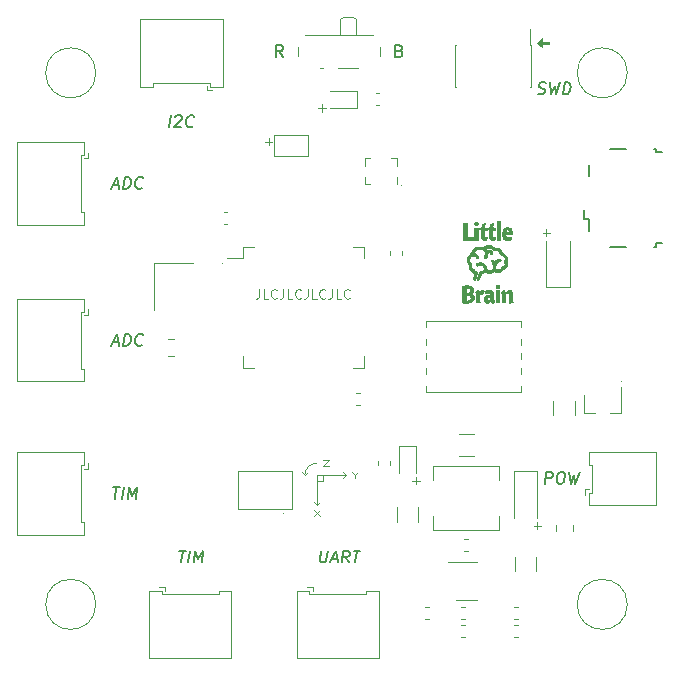
<source format=gbr>
%TF.GenerationSoftware,KiCad,Pcbnew,(5.1.7)-1*%
%TF.CreationDate,2020-11-11T21:47:44+01:00*%
%TF.ProjectId,RBoard,52426f61-7264-42e6-9b69-6361645f7063,rev?*%
%TF.SameCoordinates,Original*%
%TF.FileFunction,Legend,Top*%
%TF.FilePolarity,Positive*%
%FSLAX46Y46*%
G04 Gerber Fmt 4.6, Leading zero omitted, Abs format (unit mm)*
G04 Created by KiCad (PCBNEW (5.1.7)-1) date 2020-11-11 21:47:44*
%MOMM*%
%LPD*%
G01*
G04 APERTURE LIST*
%ADD10C,0.120000*%
%ADD11C,0.100000*%
%ADD12C,0.150000*%
%ADD13C,0.010000*%
G04 APERTURE END LIST*
D10*
X153900000Y-64050000D02*
X154400000Y-64050000D01*
X154400000Y-63550000D02*
X153900000Y-64050000D01*
X153900000Y-63550000D02*
X154400000Y-63550000D01*
X152325000Y-64800000D02*
X152575000Y-64550000D01*
X152325000Y-64800000D02*
X152075000Y-64550000D01*
X152325000Y-64800000D02*
G75*
G02*
X153325000Y-63800000I1000000J0D01*
G01*
X153825000Y-65300000D02*
X153825000Y-64800000D01*
X153325000Y-65300000D02*
X153825000Y-65300000D01*
X153075000Y-68300000D02*
X153575000Y-67800000D01*
X153075000Y-67800000D02*
X153575000Y-68300000D01*
X156575000Y-64800000D02*
X156575000Y-65050000D01*
X156575000Y-64800000D02*
X156825000Y-64550000D01*
X156325000Y-64550000D02*
X156575000Y-64800000D01*
X153325000Y-67300000D02*
X153075000Y-67050000D01*
X153325000Y-67300000D02*
X153575000Y-67050000D01*
X155825000Y-64800000D02*
X155575000Y-65050000D01*
X155825000Y-64800000D02*
X155575000Y-64550000D01*
X153325000Y-64800000D02*
X153325000Y-67300000D01*
X153325000Y-64800000D02*
X155825000Y-64800000D01*
D11*
X148454761Y-49061904D02*
X148454761Y-49633333D01*
X148416666Y-49747619D01*
X148340476Y-49823809D01*
X148226190Y-49861904D01*
X148150000Y-49861904D01*
X149216666Y-49861904D02*
X148835714Y-49861904D01*
X148835714Y-49061904D01*
X149940476Y-49785714D02*
X149902380Y-49823809D01*
X149788095Y-49861904D01*
X149711904Y-49861904D01*
X149597619Y-49823809D01*
X149521428Y-49747619D01*
X149483333Y-49671428D01*
X149445238Y-49519047D01*
X149445238Y-49404761D01*
X149483333Y-49252380D01*
X149521428Y-49176190D01*
X149597619Y-49100000D01*
X149711904Y-49061904D01*
X149788095Y-49061904D01*
X149902380Y-49100000D01*
X149940476Y-49138095D01*
X150511904Y-49061904D02*
X150511904Y-49633333D01*
X150473809Y-49747619D01*
X150397619Y-49823809D01*
X150283333Y-49861904D01*
X150207142Y-49861904D01*
X151273809Y-49861904D02*
X150892857Y-49861904D01*
X150892857Y-49061904D01*
X151997619Y-49785714D02*
X151959523Y-49823809D01*
X151845238Y-49861904D01*
X151769047Y-49861904D01*
X151654761Y-49823809D01*
X151578571Y-49747619D01*
X151540476Y-49671428D01*
X151502380Y-49519047D01*
X151502380Y-49404761D01*
X151540476Y-49252380D01*
X151578571Y-49176190D01*
X151654761Y-49100000D01*
X151769047Y-49061904D01*
X151845238Y-49061904D01*
X151959523Y-49100000D01*
X151997619Y-49138095D01*
X152569047Y-49061904D02*
X152569047Y-49633333D01*
X152530952Y-49747619D01*
X152454761Y-49823809D01*
X152340476Y-49861904D01*
X152264285Y-49861904D01*
X153330952Y-49861904D02*
X152950000Y-49861904D01*
X152950000Y-49061904D01*
X154054761Y-49785714D02*
X154016666Y-49823809D01*
X153902380Y-49861904D01*
X153826190Y-49861904D01*
X153711904Y-49823809D01*
X153635714Y-49747619D01*
X153597619Y-49671428D01*
X153559523Y-49519047D01*
X153559523Y-49404761D01*
X153597619Y-49252380D01*
X153635714Y-49176190D01*
X153711904Y-49100000D01*
X153826190Y-49061904D01*
X153902380Y-49061904D01*
X154016666Y-49100000D01*
X154054761Y-49138095D01*
X154626190Y-49061904D02*
X154626190Y-49633333D01*
X154588095Y-49747619D01*
X154511904Y-49823809D01*
X154397619Y-49861904D01*
X154321428Y-49861904D01*
X155388095Y-49861904D02*
X155007142Y-49861904D01*
X155007142Y-49061904D01*
X156111904Y-49785714D02*
X156073809Y-49823809D01*
X155959523Y-49861904D01*
X155883333Y-49861904D01*
X155769047Y-49823809D01*
X155692857Y-49747619D01*
X155654761Y-49671428D01*
X155616666Y-49519047D01*
X155616666Y-49404761D01*
X155654761Y-49252380D01*
X155692857Y-49176190D01*
X155769047Y-49100000D01*
X155883333Y-49061904D01*
X155959523Y-49061904D01*
X156073809Y-49100000D01*
X156111904Y-49138095D01*
D10*
X134621320Y-75750000D02*
G75*
G03*
X134621320Y-75750000I-2121320J0D01*
G01*
X179621320Y-75750000D02*
G75*
G03*
X179621320Y-75750000I-2121320J0D01*
G01*
X179621320Y-30750000D02*
G75*
G03*
X179621320Y-30750000I-2121320J0D01*
G01*
X134621320Y-30750000D02*
G75*
G03*
X134621320Y-30750000I-2121320J0D01*
G01*
D12*
X172048824Y-32504761D02*
X172185729Y-32552380D01*
X172423824Y-32552380D01*
X172525014Y-32504761D01*
X172578586Y-32457142D01*
X172638110Y-32361904D01*
X172650014Y-32266666D01*
X172614300Y-32171428D01*
X172572633Y-32123809D01*
X172483348Y-32076190D01*
X172298824Y-32028571D01*
X172209538Y-31980952D01*
X172167872Y-31933333D01*
X172132157Y-31838095D01*
X172144062Y-31742857D01*
X172203586Y-31647619D01*
X172257157Y-31600000D01*
X172358348Y-31552380D01*
X172596443Y-31552380D01*
X172733348Y-31600000D01*
X173072633Y-31552380D02*
X173185729Y-32552380D01*
X173465491Y-31838095D01*
X173566681Y-32552380D01*
X173929776Y-31552380D01*
X174185729Y-32552380D02*
X174310729Y-31552380D01*
X174548824Y-31552380D01*
X174685729Y-31600000D01*
X174769062Y-31695238D01*
X174804776Y-31790476D01*
X174828586Y-31980952D01*
X174810729Y-32123809D01*
X174739300Y-32314285D01*
X174679776Y-32409523D01*
X174572633Y-32504761D01*
X174423824Y-32552380D01*
X174185729Y-32552380D01*
D11*
G36*
X172400000Y-28100000D02*
G01*
X173000000Y-28100000D01*
X173000000Y-28300000D01*
X172400000Y-28300000D01*
X172400000Y-28600000D01*
X172000000Y-28200000D01*
X172400000Y-27800000D01*
X172400000Y-28100000D01*
G37*
X172400000Y-28100000D02*
X173000000Y-28100000D01*
X173000000Y-28300000D01*
X172400000Y-28300000D01*
X172400000Y-28600000D01*
X172000000Y-28200000D01*
X172400000Y-27800000D01*
X172400000Y-28100000D01*
D12*
X150459523Y-29402380D02*
X150126190Y-28926190D01*
X149888095Y-29402380D02*
X149888095Y-28402380D01*
X150269047Y-28402380D01*
X150364285Y-28450000D01*
X150411904Y-28497619D01*
X150459523Y-28592857D01*
X150459523Y-28735714D01*
X150411904Y-28830952D01*
X150364285Y-28878571D01*
X150269047Y-28926190D01*
X149888095Y-28926190D01*
X160321428Y-28878571D02*
X160464285Y-28926190D01*
X160511904Y-28973809D01*
X160559523Y-29069047D01*
X160559523Y-29211904D01*
X160511904Y-29307142D01*
X160464285Y-29354761D01*
X160369047Y-29402380D01*
X159988095Y-29402380D01*
X159988095Y-28402380D01*
X160321428Y-28402380D01*
X160416666Y-28450000D01*
X160464285Y-28497619D01*
X160511904Y-28592857D01*
X160511904Y-28688095D01*
X160464285Y-28783333D01*
X160416666Y-28830952D01*
X160321428Y-28878571D01*
X159988095Y-28878571D01*
D11*
X161420238Y-65282142D02*
X162029761Y-65282142D01*
X161725000Y-65586904D02*
X161725000Y-64977380D01*
X171695238Y-69082142D02*
X172304761Y-69082142D01*
X172000000Y-69386904D02*
X172000000Y-68777380D01*
X172470238Y-44282142D02*
X173079761Y-44282142D01*
X172775000Y-44586904D02*
X172775000Y-43977380D01*
X153470238Y-33732142D02*
X154079761Y-33732142D01*
X153775000Y-34036904D02*
X153775000Y-33427380D01*
D10*
X164005902Y-72150000D02*
G75*
G03*
X164005902Y-72150000I-55902J0D01*
G01*
X179130902Y-56875000D02*
G75*
G03*
X179130902Y-56875000I-55902J0D01*
G01*
X145380902Y-46850000D02*
G75*
G03*
X145380902Y-46850000I-55902J0D01*
G01*
X160555902Y-40275000D02*
G75*
G03*
X160555902Y-40275000I-55902J0D01*
G01*
D12*
X140823824Y-35352380D02*
X140948824Y-34352380D01*
X141365491Y-34447619D02*
X141419062Y-34400000D01*
X141520252Y-34352380D01*
X141758348Y-34352380D01*
X141847633Y-34400000D01*
X141889300Y-34447619D01*
X141925014Y-34542857D01*
X141913110Y-34638095D01*
X141847633Y-34780952D01*
X141204776Y-35352380D01*
X141823824Y-35352380D01*
X142835729Y-35257142D02*
X142782157Y-35304761D01*
X142633348Y-35352380D01*
X142538110Y-35352380D01*
X142401205Y-35304761D01*
X142317872Y-35209523D01*
X142282157Y-35114285D01*
X142258348Y-34923809D01*
X142276205Y-34780952D01*
X142347633Y-34590476D01*
X142407157Y-34495238D01*
X142514300Y-34400000D01*
X142663110Y-34352380D01*
X142758348Y-34352380D01*
X142895252Y-34400000D01*
X142936919Y-34447619D01*
X172644196Y-65552380D02*
X172769196Y-64552380D01*
X173150148Y-64552380D01*
X173239434Y-64600000D01*
X173281101Y-64647619D01*
X173316815Y-64742857D01*
X173298958Y-64885714D01*
X173239434Y-64980952D01*
X173185863Y-65028571D01*
X173084672Y-65076190D01*
X172703720Y-65076190D01*
X173959672Y-64552380D02*
X174150148Y-64552380D01*
X174239434Y-64600000D01*
X174322767Y-64695238D01*
X174346577Y-64885714D01*
X174304910Y-65219047D01*
X174233482Y-65409523D01*
X174126339Y-65504761D01*
X174025148Y-65552380D01*
X173834672Y-65552380D01*
X173745386Y-65504761D01*
X173662053Y-65409523D01*
X173638244Y-65219047D01*
X173679910Y-64885714D01*
X173751339Y-64695238D01*
X173858482Y-64600000D01*
X173959672Y-64552380D01*
X174721577Y-64552380D02*
X174834672Y-65552380D01*
X175114434Y-64838095D01*
X175215625Y-65552380D01*
X175578720Y-64552380D01*
X136079642Y-40266666D02*
X136555833Y-40266666D01*
X135948690Y-40552380D02*
X136407023Y-39552380D01*
X136615357Y-40552380D01*
X136948690Y-40552380D02*
X137073690Y-39552380D01*
X137311785Y-39552380D01*
X137448690Y-39600000D01*
X137532023Y-39695238D01*
X137567738Y-39790476D01*
X137591547Y-39980952D01*
X137573690Y-40123809D01*
X137502261Y-40314285D01*
X137442738Y-40409523D01*
X137335595Y-40504761D01*
X137186785Y-40552380D01*
X136948690Y-40552380D01*
X138532023Y-40457142D02*
X138478452Y-40504761D01*
X138329642Y-40552380D01*
X138234404Y-40552380D01*
X138097500Y-40504761D01*
X138014166Y-40409523D01*
X137978452Y-40314285D01*
X137954642Y-40123809D01*
X137972500Y-39980952D01*
X138043928Y-39790476D01*
X138103452Y-39695238D01*
X138210595Y-39600000D01*
X138359404Y-39552380D01*
X138454642Y-39552380D01*
X138591547Y-39600000D01*
X138633214Y-39647619D01*
X136079642Y-53566666D02*
X136555833Y-53566666D01*
X135948690Y-53852380D02*
X136407023Y-52852380D01*
X136615357Y-53852380D01*
X136948690Y-53852380D02*
X137073690Y-52852380D01*
X137311785Y-52852380D01*
X137448690Y-52900000D01*
X137532023Y-52995238D01*
X137567738Y-53090476D01*
X137591547Y-53280952D01*
X137573690Y-53423809D01*
X137502261Y-53614285D01*
X137442738Y-53709523D01*
X137335595Y-53804761D01*
X137186785Y-53852380D01*
X136948690Y-53852380D01*
X138532023Y-53757142D02*
X138478452Y-53804761D01*
X138329642Y-53852380D01*
X138234404Y-53852380D01*
X138097500Y-53804761D01*
X138014166Y-53709523D01*
X137978452Y-53614285D01*
X137954642Y-53423809D01*
X137972500Y-53280952D01*
X138043928Y-53090476D01*
X138103452Y-52995238D01*
X138210595Y-52900000D01*
X138359404Y-52852380D01*
X138454642Y-52852380D01*
X138591547Y-52900000D01*
X138633214Y-52947619D01*
X136073690Y-65852380D02*
X136645119Y-65852380D01*
X136234404Y-66852380D02*
X136359404Y-65852380D01*
X136853452Y-66852380D02*
X136978452Y-65852380D01*
X137329642Y-66852380D02*
X137454642Y-65852380D01*
X137698690Y-66566666D01*
X138121309Y-65852380D01*
X137996309Y-66852380D01*
X153679776Y-71202380D02*
X153578586Y-72011904D01*
X153614300Y-72107142D01*
X153655967Y-72154761D01*
X153745252Y-72202380D01*
X153935729Y-72202380D01*
X154036919Y-72154761D01*
X154090491Y-72107142D01*
X154150014Y-72011904D01*
X154251205Y-71202380D01*
X154590491Y-71916666D02*
X155066681Y-71916666D01*
X154459538Y-72202380D02*
X154917872Y-71202380D01*
X155126205Y-72202380D01*
X156030967Y-72202380D02*
X155757157Y-71726190D01*
X155459538Y-72202380D02*
X155584538Y-71202380D01*
X155965491Y-71202380D01*
X156054776Y-71250000D01*
X156096443Y-71297619D01*
X156132157Y-71392857D01*
X156114300Y-71535714D01*
X156054776Y-71630952D01*
X156001205Y-71678571D01*
X155900014Y-71726190D01*
X155519062Y-71726190D01*
X156441681Y-71202380D02*
X157013110Y-71202380D01*
X156602395Y-72202380D02*
X156727395Y-71202380D01*
X141679776Y-71202380D02*
X142251205Y-71202380D01*
X141840491Y-72202380D02*
X141965491Y-71202380D01*
X142459538Y-72202380D02*
X142584538Y-71202380D01*
X142935729Y-72202380D02*
X143060729Y-71202380D01*
X143304776Y-71916666D01*
X143727395Y-71202380D01*
X143602395Y-72202380D01*
%TO.C,J402*%
X178120000Y-45470000D02*
X179520000Y-45470000D01*
X181920000Y-45470000D02*
X182070000Y-45470000D01*
X182070000Y-45470000D02*
X182070000Y-45170000D01*
X182070000Y-45170000D02*
X182520000Y-45170000D01*
X182520000Y-37470000D02*
X182070000Y-37470000D01*
X182070000Y-37470000D02*
X182070000Y-37170000D01*
X182070000Y-37170000D02*
X181920000Y-37170000D01*
X179520000Y-37170000D02*
X178120000Y-37170000D01*
X175945000Y-42395000D02*
X175945000Y-43120000D01*
X175945000Y-43120000D02*
X176370000Y-43120000D01*
X176370000Y-43120000D02*
X176370000Y-44120000D01*
X176370000Y-39520000D02*
X176370000Y-38520000D01*
D13*
%TO.C,G\u002A\u002A\u002A*%
G36*
X166155856Y-48750042D02*
G01*
X166222134Y-48754227D01*
X166272553Y-48762416D01*
X166316103Y-48775862D01*
X166343923Y-48787534D01*
X166445373Y-48847209D01*
X166516063Y-48920814D01*
X166555844Y-49008072D01*
X166564566Y-49108708D01*
X166554673Y-49176099D01*
X166517217Y-49274025D01*
X166454533Y-49350861D01*
X166389071Y-49394484D01*
X166322374Y-49427483D01*
X166399385Y-49448080D01*
X166487304Y-49488225D01*
X166559343Y-49554012D01*
X166610962Y-49639172D01*
X166637618Y-49737434D01*
X166640278Y-49780667D01*
X166624201Y-49887035D01*
X166577946Y-49982858D01*
X166504474Y-50064564D01*
X166406748Y-50128583D01*
X166324557Y-50161252D01*
X166234207Y-50181776D01*
X166120694Y-50196375D01*
X165994310Y-50204399D01*
X165865347Y-50205198D01*
X165744094Y-50198120D01*
X165743000Y-50198011D01*
X165675380Y-50188092D01*
X165639988Y-50175113D01*
X165634627Y-50165900D01*
X165635057Y-50144842D01*
X165635572Y-50093631D01*
X165636150Y-50015983D01*
X165636770Y-49915610D01*
X165637408Y-49796229D01*
X165638042Y-49661553D01*
X165638550Y-49539367D01*
X165929267Y-49539367D01*
X165929267Y-49772906D01*
X165930221Y-49874782D01*
X165933286Y-49946332D01*
X165938769Y-49991046D01*
X165946973Y-50012418D01*
X165950434Y-50014986D01*
X166003591Y-50025181D01*
X166074046Y-50024545D01*
X166147460Y-50014340D01*
X166209497Y-49995828D01*
X166219081Y-49991340D01*
X166284446Y-49940193D01*
X166328631Y-49868584D01*
X166349215Y-49784248D01*
X166343773Y-49694922D01*
X166327838Y-49644114D01*
X166286636Y-49587290D01*
X166220727Y-49546422D01*
X166136290Y-49523569D01*
X166039503Y-49520794D01*
X165982183Y-49528784D01*
X165929267Y-49539367D01*
X165638550Y-49539367D01*
X165638651Y-49515296D01*
X165638860Y-49460281D01*
X165639193Y-49370428D01*
X165928187Y-49370428D01*
X166046723Y-49361947D01*
X166122777Y-49352329D01*
X166183580Y-49336642D01*
X166209544Y-49324449D01*
X166259108Y-49273553D01*
X166288660Y-49205225D01*
X166297075Y-49129650D01*
X166283227Y-49057011D01*
X166245989Y-48997493D01*
X166245725Y-48997228D01*
X166186128Y-48959672D01*
X166104936Y-48940528D01*
X166010074Y-48941612D01*
X166005467Y-48942184D01*
X165937734Y-48950934D01*
X165932960Y-49160681D01*
X165928187Y-49370428D01*
X165639193Y-49370428D01*
X165641400Y-48775829D01*
X165755700Y-48761781D01*
X165821771Y-48755966D01*
X165908621Y-48751507D01*
X166003172Y-48748962D01*
X166064733Y-48748607D01*
X166155856Y-48750042D01*
G37*
X166155856Y-48750042D02*
X166222134Y-48754227D01*
X166272553Y-48762416D01*
X166316103Y-48775862D01*
X166343923Y-48787534D01*
X166445373Y-48847209D01*
X166516063Y-48920814D01*
X166555844Y-49008072D01*
X166564566Y-49108708D01*
X166554673Y-49176099D01*
X166517217Y-49274025D01*
X166454533Y-49350861D01*
X166389071Y-49394484D01*
X166322374Y-49427483D01*
X166399385Y-49448080D01*
X166487304Y-49488225D01*
X166559343Y-49554012D01*
X166610962Y-49639172D01*
X166637618Y-49737434D01*
X166640278Y-49780667D01*
X166624201Y-49887035D01*
X166577946Y-49982858D01*
X166504474Y-50064564D01*
X166406748Y-50128583D01*
X166324557Y-50161252D01*
X166234207Y-50181776D01*
X166120694Y-50196375D01*
X165994310Y-50204399D01*
X165865347Y-50205198D01*
X165744094Y-50198120D01*
X165743000Y-50198011D01*
X165675380Y-50188092D01*
X165639988Y-50175113D01*
X165634627Y-50165900D01*
X165635057Y-50144842D01*
X165635572Y-50093631D01*
X165636150Y-50015983D01*
X165636770Y-49915610D01*
X165637408Y-49796229D01*
X165638042Y-49661553D01*
X165638550Y-49539367D01*
X165929267Y-49539367D01*
X165929267Y-49772906D01*
X165930221Y-49874782D01*
X165933286Y-49946332D01*
X165938769Y-49991046D01*
X165946973Y-50012418D01*
X165950434Y-50014986D01*
X166003591Y-50025181D01*
X166074046Y-50024545D01*
X166147460Y-50014340D01*
X166209497Y-49995828D01*
X166219081Y-49991340D01*
X166284446Y-49940193D01*
X166328631Y-49868584D01*
X166349215Y-49784248D01*
X166343773Y-49694922D01*
X166327838Y-49644114D01*
X166286636Y-49587290D01*
X166220727Y-49546422D01*
X166136290Y-49523569D01*
X166039503Y-49520794D01*
X165982183Y-49528784D01*
X165929267Y-49539367D01*
X165638550Y-49539367D01*
X165638651Y-49515296D01*
X165638860Y-49460281D01*
X165639193Y-49370428D01*
X165928187Y-49370428D01*
X166046723Y-49361947D01*
X166122777Y-49352329D01*
X166183580Y-49336642D01*
X166209544Y-49324449D01*
X166259108Y-49273553D01*
X166288660Y-49205225D01*
X166297075Y-49129650D01*
X166283227Y-49057011D01*
X166245989Y-48997493D01*
X166245725Y-48997228D01*
X166186128Y-48959672D01*
X166104936Y-48940528D01*
X166010074Y-48941612D01*
X166005467Y-48942184D01*
X165937734Y-48950934D01*
X165932960Y-49160681D01*
X165928187Y-49370428D01*
X165639193Y-49370428D01*
X165641400Y-48775829D01*
X165755700Y-48761781D01*
X165821771Y-48755966D01*
X165908621Y-48751507D01*
X166003172Y-48748962D01*
X166064733Y-48748607D01*
X166155856Y-48750042D01*
G36*
X167968094Y-49157950D02*
G01*
X168049486Y-49171254D01*
X168110000Y-49196828D01*
X168155798Y-49237456D01*
X168193039Y-49295920D01*
X168198702Y-49307294D01*
X168212453Y-49338226D01*
X168222079Y-49369146D01*
X168228145Y-49406399D01*
X168231216Y-49456332D01*
X168231855Y-49525294D01*
X168230628Y-49619630D01*
X168229898Y-49658022D01*
X168228847Y-49752216D01*
X168229453Y-49835195D01*
X168231549Y-49900746D01*
X168234969Y-49942658D01*
X168237794Y-49954233D01*
X168262887Y-49969413D01*
X168302074Y-49975400D01*
X168337452Y-49979491D01*
X168346730Y-49995053D01*
X168344887Y-50005033D01*
X168336822Y-50040663D01*
X168327214Y-50091086D01*
X168325258Y-50102361D01*
X168313019Y-50152297D01*
X168291996Y-50180327D01*
X168253656Y-50192605D01*
X168196384Y-50195274D01*
X168121371Y-50183691D01*
X168061243Y-50151469D01*
X168023961Y-50103199D01*
X168020532Y-50093930D01*
X168012040Y-50076197D01*
X167998363Y-50077049D01*
X167972268Y-50099013D01*
X167953730Y-50117274D01*
X167877457Y-50171276D01*
X167785209Y-50202244D01*
X167688390Y-50207082D01*
X167648000Y-50200311D01*
X167590685Y-50173309D01*
X167533369Y-50125320D01*
X167488075Y-50067018D01*
X167479301Y-50050544D01*
X167458771Y-49979630D01*
X167452888Y-49893906D01*
X167455971Y-49859820D01*
X167716732Y-49859820D01*
X167726599Y-49923564D01*
X167726665Y-49923743D01*
X167761027Y-49979382D01*
X167808589Y-50005887D01*
X167863682Y-50002249D01*
X167920633Y-49967454D01*
X167928703Y-49959769D01*
X167969384Y-49901265D01*
X167979697Y-49843639D01*
X167962726Y-49793037D01*
X167921558Y-49755603D01*
X167859277Y-49737484D01*
X167817334Y-49737957D01*
X167766316Y-49758377D01*
X167731377Y-49801878D01*
X167716732Y-49859820D01*
X167455971Y-49859820D01*
X167460831Y-49806090D01*
X167481785Y-49728901D01*
X167502511Y-49689719D01*
X167565693Y-49628709D01*
X167649391Y-49588478D01*
X167746082Y-49570806D01*
X167848246Y-49577474D01*
X167908338Y-49593649D01*
X167978200Y-49618298D01*
X167978200Y-49536666D01*
X167969427Y-49462422D01*
X167943104Y-49410417D01*
X167919696Y-49385430D01*
X167892511Y-49372192D01*
X167850615Y-49367310D01*
X167803404Y-49367088D01*
X167735784Y-49371368D01*
X167672334Y-49381025D01*
X167639690Y-49389713D01*
X167580580Y-49411050D01*
X167551039Y-49316458D01*
X167535089Y-49263845D01*
X167524262Y-49225196D01*
X167521250Y-49211368D01*
X167536742Y-49196737D01*
X167579539Y-49182693D01*
X167643081Y-49170344D01*
X167720811Y-49160801D01*
X167806170Y-49155172D01*
X167859667Y-49154134D01*
X167968094Y-49157950D01*
G37*
X167968094Y-49157950D02*
X168049486Y-49171254D01*
X168110000Y-49196828D01*
X168155798Y-49237456D01*
X168193039Y-49295920D01*
X168198702Y-49307294D01*
X168212453Y-49338226D01*
X168222079Y-49369146D01*
X168228145Y-49406399D01*
X168231216Y-49456332D01*
X168231855Y-49525294D01*
X168230628Y-49619630D01*
X168229898Y-49658022D01*
X168228847Y-49752216D01*
X168229453Y-49835195D01*
X168231549Y-49900746D01*
X168234969Y-49942658D01*
X168237794Y-49954233D01*
X168262887Y-49969413D01*
X168302074Y-49975400D01*
X168337452Y-49979491D01*
X168346730Y-49995053D01*
X168344887Y-50005033D01*
X168336822Y-50040663D01*
X168327214Y-50091086D01*
X168325258Y-50102361D01*
X168313019Y-50152297D01*
X168291996Y-50180327D01*
X168253656Y-50192605D01*
X168196384Y-50195274D01*
X168121371Y-50183691D01*
X168061243Y-50151469D01*
X168023961Y-50103199D01*
X168020532Y-50093930D01*
X168012040Y-50076197D01*
X167998363Y-50077049D01*
X167972268Y-50099013D01*
X167953730Y-50117274D01*
X167877457Y-50171276D01*
X167785209Y-50202244D01*
X167688390Y-50207082D01*
X167648000Y-50200311D01*
X167590685Y-50173309D01*
X167533369Y-50125320D01*
X167488075Y-50067018D01*
X167479301Y-50050544D01*
X167458771Y-49979630D01*
X167452888Y-49893906D01*
X167455971Y-49859820D01*
X167716732Y-49859820D01*
X167726599Y-49923564D01*
X167726665Y-49923743D01*
X167761027Y-49979382D01*
X167808589Y-50005887D01*
X167863682Y-50002249D01*
X167920633Y-49967454D01*
X167928703Y-49959769D01*
X167969384Y-49901265D01*
X167979697Y-49843639D01*
X167962726Y-49793037D01*
X167921558Y-49755603D01*
X167859277Y-49737484D01*
X167817334Y-49737957D01*
X167766316Y-49758377D01*
X167731377Y-49801878D01*
X167716732Y-49859820D01*
X167455971Y-49859820D01*
X167460831Y-49806090D01*
X167481785Y-49728901D01*
X167502511Y-49689719D01*
X167565693Y-49628709D01*
X167649391Y-49588478D01*
X167746082Y-49570806D01*
X167848246Y-49577474D01*
X167908338Y-49593649D01*
X167978200Y-49618298D01*
X167978200Y-49536666D01*
X167969427Y-49462422D01*
X167943104Y-49410417D01*
X167919696Y-49385430D01*
X167892511Y-49372192D01*
X167850615Y-49367310D01*
X167803404Y-49367088D01*
X167735784Y-49371368D01*
X167672334Y-49381025D01*
X167639690Y-49389713D01*
X167580580Y-49411050D01*
X167551039Y-49316458D01*
X167535089Y-49263845D01*
X167524262Y-49225196D01*
X167521250Y-49211368D01*
X167536742Y-49196737D01*
X167579539Y-49182693D01*
X167643081Y-49170344D01*
X167720811Y-49160801D01*
X167806170Y-49155172D01*
X167859667Y-49154134D01*
X167968094Y-49157950D01*
G36*
X169176369Y-49159339D02*
G01*
X169200487Y-49194691D01*
X169221470Y-49230893D01*
X169267856Y-49316118D01*
X169329134Y-49262315D01*
X169429391Y-49192054D01*
X169533060Y-49154949D01*
X169634473Y-49149634D01*
X169694044Y-49157648D01*
X169734814Y-49174006D01*
X169771817Y-49205587D01*
X169783153Y-49217659D01*
X169821521Y-49269469D01*
X169850742Y-49326228D01*
X169856468Y-49343035D01*
X169862301Y-49380830D01*
X169867361Y-49445659D01*
X169871321Y-49530688D01*
X169873853Y-49629088D01*
X169874639Y-49721512D01*
X169875558Y-49825390D01*
X169878050Y-49921309D01*
X169881816Y-50002618D01*
X169886556Y-50062663D01*
X169891377Y-50092924D01*
X169901007Y-50132593D01*
X169903176Y-50155136D01*
X169902601Y-50156377D01*
X169884360Y-50161911D01*
X169842505Y-50170776D01*
X169797057Y-50179116D01*
X169735971Y-50189965D01*
X169683583Y-50199757D01*
X169659213Y-50204678D01*
X169629062Y-50203603D01*
X169612888Y-50177707D01*
X169610357Y-50168553D01*
X169607133Y-50137249D01*
X169605276Y-50078753D01*
X169604838Y-49999713D01*
X169605877Y-49906777D01*
X169607587Y-49834411D01*
X169610417Y-49708001D01*
X169610121Y-49610879D01*
X169605862Y-49538547D01*
X169596805Y-49486505D01*
X169582115Y-49450252D01*
X169560956Y-49425288D01*
X169532494Y-49407115D01*
X169527833Y-49404834D01*
X169486146Y-49388906D01*
X169447366Y-49387203D01*
X169394459Y-49399016D01*
X169393691Y-49399231D01*
X169343602Y-49416713D01*
X169306665Y-49435785D01*
X169298085Y-49443103D01*
X169291068Y-49468674D01*
X169286404Y-49526003D01*
X169284074Y-49615660D01*
X169284059Y-49738216D01*
X169285063Y-49822010D01*
X169290533Y-50178634D01*
X169151070Y-50178617D01*
X169011606Y-50178600D01*
X169015603Y-49827233D01*
X169019600Y-49475867D01*
X168973033Y-49396652D01*
X168947180Y-49351253D01*
X168930271Y-49318840D01*
X168926467Y-49309061D01*
X168939370Y-49295739D01*
X168972690Y-49269740D01*
X169018343Y-49236680D01*
X169068246Y-49202174D01*
X169114315Y-49171838D01*
X169148466Y-49151289D01*
X169161654Y-49145667D01*
X169176369Y-49159339D01*
G37*
X169176369Y-49159339D02*
X169200487Y-49194691D01*
X169221470Y-49230893D01*
X169267856Y-49316118D01*
X169329134Y-49262315D01*
X169429391Y-49192054D01*
X169533060Y-49154949D01*
X169634473Y-49149634D01*
X169694044Y-49157648D01*
X169734814Y-49174006D01*
X169771817Y-49205587D01*
X169783153Y-49217659D01*
X169821521Y-49269469D01*
X169850742Y-49326228D01*
X169856468Y-49343035D01*
X169862301Y-49380830D01*
X169867361Y-49445659D01*
X169871321Y-49530688D01*
X169873853Y-49629088D01*
X169874639Y-49721512D01*
X169875558Y-49825390D01*
X169878050Y-49921309D01*
X169881816Y-50002618D01*
X169886556Y-50062663D01*
X169891377Y-50092924D01*
X169901007Y-50132593D01*
X169903176Y-50155136D01*
X169902601Y-50156377D01*
X169884360Y-50161911D01*
X169842505Y-50170776D01*
X169797057Y-50179116D01*
X169735971Y-50189965D01*
X169683583Y-50199757D01*
X169659213Y-50204678D01*
X169629062Y-50203603D01*
X169612888Y-50177707D01*
X169610357Y-50168553D01*
X169607133Y-50137249D01*
X169605276Y-50078753D01*
X169604838Y-49999713D01*
X169605877Y-49906777D01*
X169607587Y-49834411D01*
X169610417Y-49708001D01*
X169610121Y-49610879D01*
X169605862Y-49538547D01*
X169596805Y-49486505D01*
X169582115Y-49450252D01*
X169560956Y-49425288D01*
X169532494Y-49407115D01*
X169527833Y-49404834D01*
X169486146Y-49388906D01*
X169447366Y-49387203D01*
X169394459Y-49399016D01*
X169393691Y-49399231D01*
X169343602Y-49416713D01*
X169306665Y-49435785D01*
X169298085Y-49443103D01*
X169291068Y-49468674D01*
X169286404Y-49526003D01*
X169284074Y-49615660D01*
X169284059Y-49738216D01*
X169285063Y-49822010D01*
X169290533Y-50178634D01*
X169151070Y-50178617D01*
X169011606Y-50178600D01*
X169015603Y-49827233D01*
X169019600Y-49475867D01*
X168973033Y-49396652D01*
X168947180Y-49351253D01*
X168930271Y-49318840D01*
X168926467Y-49309061D01*
X168939370Y-49295739D01*
X168972690Y-49269740D01*
X169018343Y-49236680D01*
X169068246Y-49202174D01*
X169114315Y-49171838D01*
X169148466Y-49151289D01*
X169161654Y-49145667D01*
X169176369Y-49159339D01*
G36*
X167362505Y-49133927D02*
G01*
X167367934Y-49154212D01*
X167373943Y-49199793D01*
X167379487Y-49262142D01*
X167381105Y-49286035D01*
X167389989Y-49428426D01*
X167288907Y-49437592D01*
X167222849Y-49447649D01*
X167161666Y-49463643D01*
X167132400Y-49475419D01*
X167076975Y-49504080D01*
X167088202Y-49794773D01*
X167092442Y-49893997D01*
X167097058Y-49984346D01*
X167101650Y-50059123D01*
X167105818Y-50111631D01*
X167108360Y-50132033D01*
X167117291Y-50178600D01*
X166818267Y-50178608D01*
X166818267Y-49475867D01*
X166771700Y-49393301D01*
X166746105Y-49345877D01*
X166729191Y-49310627D01*
X166725134Y-49298418D01*
X166738287Y-49284084D01*
X166773365Y-49256494D01*
X166823797Y-49220692D01*
X166845193Y-49206268D01*
X166908762Y-49165462D01*
X166951723Y-49145821D01*
X166981362Y-49149305D01*
X167004961Y-49177871D01*
X167029808Y-49233477D01*
X167039700Y-49258552D01*
X167067320Y-49329103D01*
X167117518Y-49271930D01*
X167152413Y-49240120D01*
X167200756Y-49205685D01*
X167254278Y-49173283D01*
X167304710Y-49147571D01*
X167343786Y-49133209D01*
X167362505Y-49133927D01*
G37*
X167362505Y-49133927D02*
X167367934Y-49154212D01*
X167373943Y-49199793D01*
X167379487Y-49262142D01*
X167381105Y-49286035D01*
X167389989Y-49428426D01*
X167288907Y-49437592D01*
X167222849Y-49447649D01*
X167161666Y-49463643D01*
X167132400Y-49475419D01*
X167076975Y-49504080D01*
X167088202Y-49794773D01*
X167092442Y-49893997D01*
X167097058Y-49984346D01*
X167101650Y-50059123D01*
X167105818Y-50111631D01*
X167108360Y-50132033D01*
X167117291Y-50178600D01*
X166818267Y-50178608D01*
X166818267Y-49475867D01*
X166771700Y-49393301D01*
X166746105Y-49345877D01*
X166729191Y-49310627D01*
X166725134Y-49298418D01*
X166738287Y-49284084D01*
X166773365Y-49256494D01*
X166823797Y-49220692D01*
X166845193Y-49206268D01*
X166908762Y-49165462D01*
X166951723Y-49145821D01*
X166981362Y-49149305D01*
X167004961Y-49177871D01*
X167029808Y-49233477D01*
X167039700Y-49258552D01*
X167067320Y-49329103D01*
X167117518Y-49271930D01*
X167152413Y-49240120D01*
X167200756Y-49205685D01*
X167254278Y-49173283D01*
X167304710Y-49147571D01*
X167343786Y-49133209D01*
X167362505Y-49133927D01*
G36*
X168765600Y-50178534D02*
G01*
X168490580Y-50178600D01*
X168492624Y-49670615D01*
X168494667Y-49162629D01*
X168630134Y-49162609D01*
X168765600Y-49162589D01*
X168765600Y-50178534D01*
G37*
X168765600Y-50178534D02*
X168490580Y-50178600D01*
X168492624Y-49670615D01*
X168494667Y-49162629D01*
X168630134Y-49162609D01*
X168765600Y-49162589D01*
X168765600Y-50178534D01*
G36*
X168707718Y-48717718D02*
G01*
X168741711Y-48737085D01*
X168772409Y-48781485D01*
X168781590Y-48838556D01*
X168768801Y-48894454D01*
X168747820Y-48924255D01*
X168697037Y-48954169D01*
X168632184Y-48968119D01*
X168579334Y-48964314D01*
X168526259Y-48936096D01*
X168493757Y-48888871D01*
X168484137Y-48832153D01*
X168499711Y-48775456D01*
X168525392Y-48742219D01*
X168578035Y-48713440D01*
X168643581Y-48705160D01*
X168707718Y-48717718D01*
G37*
X168707718Y-48717718D02*
X168741711Y-48737085D01*
X168772409Y-48781485D01*
X168781590Y-48838556D01*
X168768801Y-48894454D01*
X168747820Y-48924255D01*
X168697037Y-48954169D01*
X168632184Y-48968119D01*
X168579334Y-48964314D01*
X168526259Y-48936096D01*
X168493757Y-48888871D01*
X168484137Y-48832153D01*
X168499711Y-48775456D01*
X168525392Y-48742219D01*
X168578035Y-48713440D01*
X168643581Y-48705160D01*
X168707718Y-48717718D01*
G36*
X167898226Y-45322185D02*
G01*
X168042935Y-45344201D01*
X168169691Y-45392733D01*
X168275880Y-45466697D01*
X168297989Y-45488085D01*
X168328504Y-45518147D01*
X168355156Y-45537169D01*
X168387172Y-45548213D01*
X168433779Y-45554341D01*
X168504203Y-45558616D01*
X168511648Y-45558996D01*
X168598284Y-45565656D01*
X168663181Y-45577082D01*
X168718400Y-45595910D01*
X168750756Y-45611265D01*
X168833356Y-45666081D01*
X168908358Y-45738388D01*
X168967292Y-45818678D01*
X168999930Y-45891038D01*
X169016110Y-45936910D01*
X169037722Y-45965088D01*
X169075316Y-45986109D01*
X169107919Y-45998921D01*
X169209732Y-46052710D01*
X169302060Y-46130882D01*
X169374391Y-46223971D01*
X169390713Y-46253580D01*
X169415447Y-46310761D01*
X169428738Y-46365963D01*
X169433522Y-46433917D01*
X169433703Y-46469292D01*
X169430486Y-46539405D01*
X169422751Y-46602668D01*
X169412138Y-46645923D01*
X169411539Y-46647375D01*
X169398936Y-46691655D01*
X169404610Y-46736193D01*
X169411559Y-46757442D01*
X169427328Y-46829297D01*
X169432932Y-46918356D01*
X169428276Y-47009486D01*
X169413642Y-47086302D01*
X169379879Y-47154626D01*
X169324289Y-47222678D01*
X169257257Y-47279731D01*
X169193571Y-47313583D01*
X169151067Y-47336374D01*
X169096596Y-47376323D01*
X169040877Y-47425439D01*
X169032580Y-47433596D01*
X168933554Y-47517960D01*
X168832688Y-47571816D01*
X168722549Y-47598057D01*
X168604734Y-47600180D01*
X168529851Y-47592498D01*
X168457091Y-47580029D01*
X168403815Y-47565964D01*
X168358792Y-47551314D01*
X168328357Y-47549782D01*
X168297783Y-47563797D01*
X168260962Y-47589552D01*
X168150409Y-47649498D01*
X168027278Y-47681360D01*
X167898538Y-47684711D01*
X167771160Y-47659120D01*
X167688505Y-47624776D01*
X167630245Y-47598017D01*
X167591627Y-47587289D01*
X167578427Y-47590777D01*
X167551380Y-47616817D01*
X167502476Y-47649617D01*
X167441438Y-47683708D01*
X167377992Y-47713620D01*
X167326267Y-47732624D01*
X167241600Y-47757552D01*
X167149531Y-47986186D01*
X167107362Y-48088321D01*
X167073595Y-48162644D01*
X167045475Y-48213320D01*
X167020249Y-48244513D01*
X166995163Y-48260389D01*
X166967465Y-48265113D01*
X166965100Y-48265134D01*
X166922203Y-48251494D01*
X166883661Y-48218455D01*
X166861961Y-48177835D01*
X166860600Y-48166220D01*
X166867103Y-48138768D01*
X166884832Y-48086891D01*
X166911116Y-48017047D01*
X166943282Y-47935695D01*
X166978662Y-47849293D01*
X167014582Y-47764300D01*
X167048373Y-47687174D01*
X167077362Y-47624375D01*
X167098880Y-47582361D01*
X167107401Y-47569467D01*
X167139068Y-47550205D01*
X167188993Y-47534651D01*
X167211214Y-47530682D01*
X167293130Y-47508656D01*
X167376172Y-47468702D01*
X167444968Y-47418660D01*
X167459406Y-47404106D01*
X167477323Y-47379726D01*
X167482703Y-47352759D01*
X167476656Y-47311064D01*
X167470395Y-47283814D01*
X167431496Y-47176329D01*
X167373491Y-47094323D01*
X167298323Y-47039578D01*
X167207933Y-47013874D01*
X167174054Y-47012067D01*
X167101620Y-47017520D01*
X167025717Y-47031184D01*
X167002991Y-47037284D01*
X166947438Y-47052111D01*
X166900282Y-47061273D01*
X166884391Y-47062684D01*
X166838584Y-47048374D01*
X166807213Y-47011127D01*
X166794406Y-46960263D01*
X166804288Y-46905103D01*
X166809639Y-46893835D01*
X166842795Y-46863194D01*
X166902135Y-46837539D01*
X166980236Y-46817676D01*
X167069676Y-46804407D01*
X167163030Y-46798538D01*
X167252875Y-46800873D01*
X167331789Y-46812216D01*
X167388068Y-46831157D01*
X167483063Y-46896568D01*
X167564523Y-46989326D01*
X167629083Y-47104473D01*
X167673380Y-47237052D01*
X167678164Y-47258596D01*
X167694024Y-47327455D01*
X167710764Y-47371934D01*
X167734504Y-47401111D01*
X167771361Y-47424067D01*
X167798256Y-47436791D01*
X167900188Y-47465480D01*
X168003846Y-47461293D01*
X168105274Y-47424740D01*
X168159948Y-47390085D01*
X168202458Y-47346570D01*
X168232898Y-47284098D01*
X168241845Y-47256052D01*
X168259077Y-47167035D01*
X168256418Y-47078901D01*
X168232564Y-46984072D01*
X168186206Y-46874966D01*
X168170895Y-46844469D01*
X168130059Y-46760895D01*
X168106567Y-46700108D01*
X168099416Y-46656429D01*
X168107602Y-46624178D01*
X168127700Y-46599825D01*
X168177196Y-46573938D01*
X168229781Y-46579334D01*
X168281231Y-46614226D01*
X168327325Y-46676828D01*
X168332473Y-46686462D01*
X168352312Y-46724923D01*
X168393899Y-46675499D01*
X168450370Y-46623110D01*
X168527079Y-46571457D01*
X168613847Y-46525654D01*
X168700494Y-46490816D01*
X168776841Y-46472057D01*
X168802540Y-46470200D01*
X168837936Y-46484847D01*
X168870248Y-46520796D01*
X168890164Y-46566061D01*
X168892600Y-46586109D01*
X168881744Y-46633427D01*
X168846454Y-46669664D01*
X168782647Y-46698472D01*
X168758827Y-46705786D01*
X168651655Y-46751118D01*
X168563379Y-46818453D01*
X168508240Y-46889273D01*
X168487025Y-46929841D01*
X168473550Y-46970329D01*
X168465839Y-47020689D01*
X168461918Y-47090871D01*
X168460948Y-47127669D01*
X168458161Y-47201600D01*
X168453631Y-47264767D01*
X168448114Y-47308087D01*
X168444972Y-47320066D01*
X168443413Y-47339816D01*
X168463518Y-47354781D01*
X168505819Y-47368390D01*
X168621804Y-47383697D01*
X168731898Y-47367550D01*
X168831313Y-47321634D01*
X168915257Y-47247631D01*
X168939795Y-47215841D01*
X168982492Y-47167734D01*
X169038869Y-47132344D01*
X169083144Y-47113971D01*
X169163344Y-47071370D01*
X169212965Y-47014228D01*
X169231985Y-46942609D01*
X169220382Y-46856575D01*
X169197028Y-46794318D01*
X169173387Y-46737018D01*
X169165861Y-46695329D01*
X169174477Y-46655061D01*
X169197400Y-46605667D01*
X169228177Y-46513031D01*
X169226461Y-46422490D01*
X169192474Y-46338130D01*
X169181988Y-46322588D01*
X169134351Y-46272416D01*
X169072376Y-46227636D01*
X169007666Y-46195273D01*
X168951824Y-46182348D01*
X168950288Y-46182334D01*
X168896054Y-46166749D01*
X168853860Y-46124733D01*
X168831746Y-46067547D01*
X168799506Y-45960617D01*
X168744699Y-45877576D01*
X168665059Y-45815206D01*
X168647463Y-45805696D01*
X168610521Y-45789268D01*
X168573195Y-45780116D01*
X168525729Y-45777199D01*
X168458371Y-45779475D01*
X168422571Y-45781679D01*
X168347986Y-45785999D01*
X168299494Y-45786407D01*
X168269442Y-45781847D01*
X168250178Y-45771263D01*
X168235909Y-45755926D01*
X168159259Y-45667703D01*
X168090282Y-45605911D01*
X168021832Y-45566527D01*
X167946763Y-45545530D01*
X167857930Y-45538897D01*
X167850252Y-45538867D01*
X167791399Y-45544112D01*
X167726411Y-45557600D01*
X167667944Y-45575962D01*
X167628656Y-45595828D01*
X167625123Y-45598801D01*
X167630666Y-45614242D01*
X167651638Y-45646464D01*
X167662849Y-45661629D01*
X167689111Y-45693476D01*
X167713186Y-45709780D01*
X167746758Y-45714603D01*
X167801513Y-45712009D01*
X167806698Y-45711636D01*
X167906351Y-45712708D01*
X167986501Y-45734605D01*
X168056788Y-45780902D01*
X168095374Y-45818753D01*
X168136693Y-45868117D01*
X168157694Y-45908399D01*
X168164336Y-45951882D01*
X168164467Y-45961226D01*
X168158585Y-46013173D01*
X168138621Y-46041988D01*
X168131713Y-46046271D01*
X168081012Y-46062412D01*
X168033270Y-46051269D01*
X167981808Y-46010847D01*
X167969238Y-45997734D01*
X167917210Y-45948010D01*
X167874526Y-45924377D01*
X167833905Y-45923420D01*
X167819522Y-45927566D01*
X167800268Y-45942493D01*
X167788377Y-45975654D01*
X167781165Y-46034692D01*
X167780947Y-46037553D01*
X167767347Y-46132133D01*
X167742547Y-46224463D01*
X167709444Y-46308583D01*
X167670932Y-46378534D01*
X167629908Y-46428360D01*
X167589267Y-46452101D01*
X167578913Y-46453267D01*
X167519106Y-46440547D01*
X167481420Y-46405729D01*
X167467681Y-46353826D01*
X167479715Y-46289850D01*
X167502569Y-46243599D01*
X167525691Y-46196944D01*
X167549924Y-46134498D01*
X167562752Y-46094414D01*
X167579457Y-45997161D01*
X167567377Y-45913762D01*
X167525149Y-45838192D01*
X167497629Y-45806859D01*
X167406289Y-45735851D01*
X167299118Y-45690276D01*
X167181572Y-45669225D01*
X167059108Y-45671790D01*
X166937182Y-45697065D01*
X166821249Y-45744141D01*
X166716767Y-45812110D01*
X166629192Y-45900064D01*
X166589416Y-45957967D01*
X166556942Y-46013000D01*
X166616182Y-46013000D01*
X166714447Y-46029635D01*
X166807440Y-46078661D01*
X166893175Y-46158763D01*
X166947543Y-46232215D01*
X166985485Y-46308096D01*
X166995673Y-46372976D01*
X166978013Y-46423759D01*
X166953857Y-46446276D01*
X166902735Y-46466147D01*
X166854721Y-46454998D01*
X166807439Y-46411791D01*
X166778081Y-46369476D01*
X166723969Y-46295435D01*
X166668543Y-46250832D01*
X166605800Y-46231563D01*
X166574106Y-46230057D01*
X166480438Y-46247429D01*
X166394133Y-46293444D01*
X166322571Y-46362877D01*
X166277208Y-46440254D01*
X166252677Y-46540178D01*
X166261863Y-46641343D01*
X166304660Y-46743270D01*
X166362198Y-46824057D01*
X166385261Y-46853866D01*
X166397677Y-46881272D01*
X166401412Y-46916786D01*
X166398433Y-46970919D01*
X166395585Y-47002465D01*
X166394633Y-47107273D01*
X166416070Y-47190202D01*
X166463220Y-47257364D01*
X166539408Y-47314872D01*
X166576739Y-47335503D01*
X166637632Y-47382950D01*
X166673213Y-47433204D01*
X166719160Y-47493649D01*
X166762341Y-47520432D01*
X166831354Y-47556029D01*
X166868810Y-47596522D01*
X166877534Y-47633212D01*
X166873933Y-47675665D01*
X166864127Y-47740239D01*
X166849610Y-47820063D01*
X166831874Y-47908272D01*
X166812415Y-47997995D01*
X166792725Y-48082366D01*
X166774298Y-48154517D01*
X166758628Y-48207578D01*
X166747209Y-48234683D01*
X166746546Y-48235500D01*
X166703143Y-48261365D01*
X166652239Y-48259286D01*
X166606600Y-48231267D01*
X166591209Y-48215555D01*
X166581056Y-48200571D01*
X166576320Y-48180683D01*
X166577178Y-48150261D01*
X166583807Y-48103672D01*
X166596385Y-48035288D01*
X166615089Y-47939475D01*
X166615927Y-47935198D01*
X166633448Y-47842009D01*
X166643633Y-47777218D01*
X166646907Y-47736260D01*
X166643694Y-47714569D01*
X166637028Y-47708110D01*
X166613236Y-47691990D01*
X166577968Y-47659358D01*
X166559657Y-47640112D01*
X166507168Y-47583079D01*
X166468914Y-47543639D01*
X166436635Y-47514068D01*
X166402070Y-47486644D01*
X166371265Y-47463991D01*
X166314712Y-47412070D01*
X166262034Y-47345416D01*
X166245320Y-47318366D01*
X166218132Y-47264703D01*
X166201315Y-47214205D01*
X166191707Y-47154108D01*
X166186614Y-47081299D01*
X166180705Y-47008981D01*
X166171559Y-46950492D01*
X166160674Y-46914753D01*
X166157899Y-46910467D01*
X166137552Y-46880866D01*
X166110249Y-46834504D01*
X166096340Y-46808867D01*
X166077167Y-46767617D01*
X166065190Y-46725978D01*
X166058817Y-46674199D01*
X166056457Y-46602526D01*
X166056280Y-46563333D01*
X166057243Y-46481855D01*
X166061338Y-46424050D01*
X166070392Y-46379750D01*
X166086234Y-46338786D01*
X166102475Y-46306397D01*
X166140830Y-46248075D01*
X166193861Y-46184993D01*
X166240636Y-46139385D01*
X166300287Y-46081689D01*
X166333625Y-46033030D01*
X166343062Y-46004288D01*
X166378389Y-45898881D01*
X166441840Y-45793824D01*
X166528044Y-45694459D01*
X166631630Y-45606129D01*
X166747225Y-45534175D01*
X166864865Y-45485355D01*
X166944112Y-45467648D01*
X167040552Y-45456434D01*
X167142483Y-45452096D01*
X167238206Y-45455021D01*
X167316020Y-45465592D01*
X167332955Y-45469959D01*
X167367779Y-45477440D01*
X167399318Y-45473988D01*
X167438552Y-45456679D01*
X167485355Y-45429373D01*
X167597817Y-45369734D01*
X167703447Y-45334695D01*
X167814703Y-45321023D01*
X167898226Y-45322185D01*
G37*
X167898226Y-45322185D02*
X168042935Y-45344201D01*
X168169691Y-45392733D01*
X168275880Y-45466697D01*
X168297989Y-45488085D01*
X168328504Y-45518147D01*
X168355156Y-45537169D01*
X168387172Y-45548213D01*
X168433779Y-45554341D01*
X168504203Y-45558616D01*
X168511648Y-45558996D01*
X168598284Y-45565656D01*
X168663181Y-45577082D01*
X168718400Y-45595910D01*
X168750756Y-45611265D01*
X168833356Y-45666081D01*
X168908358Y-45738388D01*
X168967292Y-45818678D01*
X168999930Y-45891038D01*
X169016110Y-45936910D01*
X169037722Y-45965088D01*
X169075316Y-45986109D01*
X169107919Y-45998921D01*
X169209732Y-46052710D01*
X169302060Y-46130882D01*
X169374391Y-46223971D01*
X169390713Y-46253580D01*
X169415447Y-46310761D01*
X169428738Y-46365963D01*
X169433522Y-46433917D01*
X169433703Y-46469292D01*
X169430486Y-46539405D01*
X169422751Y-46602668D01*
X169412138Y-46645923D01*
X169411539Y-46647375D01*
X169398936Y-46691655D01*
X169404610Y-46736193D01*
X169411559Y-46757442D01*
X169427328Y-46829297D01*
X169432932Y-46918356D01*
X169428276Y-47009486D01*
X169413642Y-47086302D01*
X169379879Y-47154626D01*
X169324289Y-47222678D01*
X169257257Y-47279731D01*
X169193571Y-47313583D01*
X169151067Y-47336374D01*
X169096596Y-47376323D01*
X169040877Y-47425439D01*
X169032580Y-47433596D01*
X168933554Y-47517960D01*
X168832688Y-47571816D01*
X168722549Y-47598057D01*
X168604734Y-47600180D01*
X168529851Y-47592498D01*
X168457091Y-47580029D01*
X168403815Y-47565964D01*
X168358792Y-47551314D01*
X168328357Y-47549782D01*
X168297783Y-47563797D01*
X168260962Y-47589552D01*
X168150409Y-47649498D01*
X168027278Y-47681360D01*
X167898538Y-47684711D01*
X167771160Y-47659120D01*
X167688505Y-47624776D01*
X167630245Y-47598017D01*
X167591627Y-47587289D01*
X167578427Y-47590777D01*
X167551380Y-47616817D01*
X167502476Y-47649617D01*
X167441438Y-47683708D01*
X167377992Y-47713620D01*
X167326267Y-47732624D01*
X167241600Y-47757552D01*
X167149531Y-47986186D01*
X167107362Y-48088321D01*
X167073595Y-48162644D01*
X167045475Y-48213320D01*
X167020249Y-48244513D01*
X166995163Y-48260389D01*
X166967465Y-48265113D01*
X166965100Y-48265134D01*
X166922203Y-48251494D01*
X166883661Y-48218455D01*
X166861961Y-48177835D01*
X166860600Y-48166220D01*
X166867103Y-48138768D01*
X166884832Y-48086891D01*
X166911116Y-48017047D01*
X166943282Y-47935695D01*
X166978662Y-47849293D01*
X167014582Y-47764300D01*
X167048373Y-47687174D01*
X167077362Y-47624375D01*
X167098880Y-47582361D01*
X167107401Y-47569467D01*
X167139068Y-47550205D01*
X167188993Y-47534651D01*
X167211214Y-47530682D01*
X167293130Y-47508656D01*
X167376172Y-47468702D01*
X167444968Y-47418660D01*
X167459406Y-47404106D01*
X167477323Y-47379726D01*
X167482703Y-47352759D01*
X167476656Y-47311064D01*
X167470395Y-47283814D01*
X167431496Y-47176329D01*
X167373491Y-47094323D01*
X167298323Y-47039578D01*
X167207933Y-47013874D01*
X167174054Y-47012067D01*
X167101620Y-47017520D01*
X167025717Y-47031184D01*
X167002991Y-47037284D01*
X166947438Y-47052111D01*
X166900282Y-47061273D01*
X166884391Y-47062684D01*
X166838584Y-47048374D01*
X166807213Y-47011127D01*
X166794406Y-46960263D01*
X166804288Y-46905103D01*
X166809639Y-46893835D01*
X166842795Y-46863194D01*
X166902135Y-46837539D01*
X166980236Y-46817676D01*
X167069676Y-46804407D01*
X167163030Y-46798538D01*
X167252875Y-46800873D01*
X167331789Y-46812216D01*
X167388068Y-46831157D01*
X167483063Y-46896568D01*
X167564523Y-46989326D01*
X167629083Y-47104473D01*
X167673380Y-47237052D01*
X167678164Y-47258596D01*
X167694024Y-47327455D01*
X167710764Y-47371934D01*
X167734504Y-47401111D01*
X167771361Y-47424067D01*
X167798256Y-47436791D01*
X167900188Y-47465480D01*
X168003846Y-47461293D01*
X168105274Y-47424740D01*
X168159948Y-47390085D01*
X168202458Y-47346570D01*
X168232898Y-47284098D01*
X168241845Y-47256052D01*
X168259077Y-47167035D01*
X168256418Y-47078901D01*
X168232564Y-46984072D01*
X168186206Y-46874966D01*
X168170895Y-46844469D01*
X168130059Y-46760895D01*
X168106567Y-46700108D01*
X168099416Y-46656429D01*
X168107602Y-46624178D01*
X168127700Y-46599825D01*
X168177196Y-46573938D01*
X168229781Y-46579334D01*
X168281231Y-46614226D01*
X168327325Y-46676828D01*
X168332473Y-46686462D01*
X168352312Y-46724923D01*
X168393899Y-46675499D01*
X168450370Y-46623110D01*
X168527079Y-46571457D01*
X168613847Y-46525654D01*
X168700494Y-46490816D01*
X168776841Y-46472057D01*
X168802540Y-46470200D01*
X168837936Y-46484847D01*
X168870248Y-46520796D01*
X168890164Y-46566061D01*
X168892600Y-46586109D01*
X168881744Y-46633427D01*
X168846454Y-46669664D01*
X168782647Y-46698472D01*
X168758827Y-46705786D01*
X168651655Y-46751118D01*
X168563379Y-46818453D01*
X168508240Y-46889273D01*
X168487025Y-46929841D01*
X168473550Y-46970329D01*
X168465839Y-47020689D01*
X168461918Y-47090871D01*
X168460948Y-47127669D01*
X168458161Y-47201600D01*
X168453631Y-47264767D01*
X168448114Y-47308087D01*
X168444972Y-47320066D01*
X168443413Y-47339816D01*
X168463518Y-47354781D01*
X168505819Y-47368390D01*
X168621804Y-47383697D01*
X168731898Y-47367550D01*
X168831313Y-47321634D01*
X168915257Y-47247631D01*
X168939795Y-47215841D01*
X168982492Y-47167734D01*
X169038869Y-47132344D01*
X169083144Y-47113971D01*
X169163344Y-47071370D01*
X169212965Y-47014228D01*
X169231985Y-46942609D01*
X169220382Y-46856575D01*
X169197028Y-46794318D01*
X169173387Y-46737018D01*
X169165861Y-46695329D01*
X169174477Y-46655061D01*
X169197400Y-46605667D01*
X169228177Y-46513031D01*
X169226461Y-46422490D01*
X169192474Y-46338130D01*
X169181988Y-46322588D01*
X169134351Y-46272416D01*
X169072376Y-46227636D01*
X169007666Y-46195273D01*
X168951824Y-46182348D01*
X168950288Y-46182334D01*
X168896054Y-46166749D01*
X168853860Y-46124733D01*
X168831746Y-46067547D01*
X168799506Y-45960617D01*
X168744699Y-45877576D01*
X168665059Y-45815206D01*
X168647463Y-45805696D01*
X168610521Y-45789268D01*
X168573195Y-45780116D01*
X168525729Y-45777199D01*
X168458371Y-45779475D01*
X168422571Y-45781679D01*
X168347986Y-45785999D01*
X168299494Y-45786407D01*
X168269442Y-45781847D01*
X168250178Y-45771263D01*
X168235909Y-45755926D01*
X168159259Y-45667703D01*
X168090282Y-45605911D01*
X168021832Y-45566527D01*
X167946763Y-45545530D01*
X167857930Y-45538897D01*
X167850252Y-45538867D01*
X167791399Y-45544112D01*
X167726411Y-45557600D01*
X167667944Y-45575962D01*
X167628656Y-45595828D01*
X167625123Y-45598801D01*
X167630666Y-45614242D01*
X167651638Y-45646464D01*
X167662849Y-45661629D01*
X167689111Y-45693476D01*
X167713186Y-45709780D01*
X167746758Y-45714603D01*
X167801513Y-45712009D01*
X167806698Y-45711636D01*
X167906351Y-45712708D01*
X167986501Y-45734605D01*
X168056788Y-45780902D01*
X168095374Y-45818753D01*
X168136693Y-45868117D01*
X168157694Y-45908399D01*
X168164336Y-45951882D01*
X168164467Y-45961226D01*
X168158585Y-46013173D01*
X168138621Y-46041988D01*
X168131713Y-46046271D01*
X168081012Y-46062412D01*
X168033270Y-46051269D01*
X167981808Y-46010847D01*
X167969238Y-45997734D01*
X167917210Y-45948010D01*
X167874526Y-45924377D01*
X167833905Y-45923420D01*
X167819522Y-45927566D01*
X167800268Y-45942493D01*
X167788377Y-45975654D01*
X167781165Y-46034692D01*
X167780947Y-46037553D01*
X167767347Y-46132133D01*
X167742547Y-46224463D01*
X167709444Y-46308583D01*
X167670932Y-46378534D01*
X167629908Y-46428360D01*
X167589267Y-46452101D01*
X167578913Y-46453267D01*
X167519106Y-46440547D01*
X167481420Y-46405729D01*
X167467681Y-46353826D01*
X167479715Y-46289850D01*
X167502569Y-46243599D01*
X167525691Y-46196944D01*
X167549924Y-46134498D01*
X167562752Y-46094414D01*
X167579457Y-45997161D01*
X167567377Y-45913762D01*
X167525149Y-45838192D01*
X167497629Y-45806859D01*
X167406289Y-45735851D01*
X167299118Y-45690276D01*
X167181572Y-45669225D01*
X167059108Y-45671790D01*
X166937182Y-45697065D01*
X166821249Y-45744141D01*
X166716767Y-45812110D01*
X166629192Y-45900064D01*
X166589416Y-45957967D01*
X166556942Y-46013000D01*
X166616182Y-46013000D01*
X166714447Y-46029635D01*
X166807440Y-46078661D01*
X166893175Y-46158763D01*
X166947543Y-46232215D01*
X166985485Y-46308096D01*
X166995673Y-46372976D01*
X166978013Y-46423759D01*
X166953857Y-46446276D01*
X166902735Y-46466147D01*
X166854721Y-46454998D01*
X166807439Y-46411791D01*
X166778081Y-46369476D01*
X166723969Y-46295435D01*
X166668543Y-46250832D01*
X166605800Y-46231563D01*
X166574106Y-46230057D01*
X166480438Y-46247429D01*
X166394133Y-46293444D01*
X166322571Y-46362877D01*
X166277208Y-46440254D01*
X166252677Y-46540178D01*
X166261863Y-46641343D01*
X166304660Y-46743270D01*
X166362198Y-46824057D01*
X166385261Y-46853866D01*
X166397677Y-46881272D01*
X166401412Y-46916786D01*
X166398433Y-46970919D01*
X166395585Y-47002465D01*
X166394633Y-47107273D01*
X166416070Y-47190202D01*
X166463220Y-47257364D01*
X166539408Y-47314872D01*
X166576739Y-47335503D01*
X166637632Y-47382950D01*
X166673213Y-47433204D01*
X166719160Y-47493649D01*
X166762341Y-47520432D01*
X166831354Y-47556029D01*
X166868810Y-47596522D01*
X166877534Y-47633212D01*
X166873933Y-47675665D01*
X166864127Y-47740239D01*
X166849610Y-47820063D01*
X166831874Y-47908272D01*
X166812415Y-47997995D01*
X166792725Y-48082366D01*
X166774298Y-48154517D01*
X166758628Y-48207578D01*
X166747209Y-48234683D01*
X166746546Y-48235500D01*
X166703143Y-48261365D01*
X166652239Y-48259286D01*
X166606600Y-48231267D01*
X166591209Y-48215555D01*
X166581056Y-48200571D01*
X166576320Y-48180683D01*
X166577178Y-48150261D01*
X166583807Y-48103672D01*
X166596385Y-48035288D01*
X166615089Y-47939475D01*
X166615927Y-47935198D01*
X166633448Y-47842009D01*
X166643633Y-47777218D01*
X166646907Y-47736260D01*
X166643694Y-47714569D01*
X166637028Y-47708110D01*
X166613236Y-47691990D01*
X166577968Y-47659358D01*
X166559657Y-47640112D01*
X166507168Y-47583079D01*
X166468914Y-47543639D01*
X166436635Y-47514068D01*
X166402070Y-47486644D01*
X166371265Y-47463991D01*
X166314712Y-47412070D01*
X166262034Y-47345416D01*
X166245320Y-47318366D01*
X166218132Y-47264703D01*
X166201315Y-47214205D01*
X166191707Y-47154108D01*
X166186614Y-47081299D01*
X166180705Y-47008981D01*
X166171559Y-46950492D01*
X166160674Y-46914753D01*
X166157899Y-46910467D01*
X166137552Y-46880866D01*
X166110249Y-46834504D01*
X166096340Y-46808867D01*
X166077167Y-46767617D01*
X166065190Y-46725978D01*
X166058817Y-46674199D01*
X166056457Y-46602526D01*
X166056280Y-46563333D01*
X166057243Y-46481855D01*
X166061338Y-46424050D01*
X166070392Y-46379750D01*
X166086234Y-46338786D01*
X166102475Y-46306397D01*
X166140830Y-46248075D01*
X166193861Y-46184993D01*
X166240636Y-46139385D01*
X166300287Y-46081689D01*
X166333625Y-46033030D01*
X166343062Y-46004288D01*
X166378389Y-45898881D01*
X166441840Y-45793824D01*
X166528044Y-45694459D01*
X166631630Y-45606129D01*
X166747225Y-45534175D01*
X166864865Y-45485355D01*
X166944112Y-45467648D01*
X167040552Y-45456434D01*
X167142483Y-45452096D01*
X167238206Y-45455021D01*
X167316020Y-45465592D01*
X167332955Y-45469959D01*
X167367779Y-45477440D01*
X167399318Y-45473988D01*
X167438552Y-45456679D01*
X167485355Y-45429373D01*
X167597817Y-45369734D01*
X167703447Y-45334695D01*
X167814703Y-45321023D01*
X167898226Y-45322185D01*
G36*
X167527035Y-43629025D02*
G01*
X167513615Y-43717825D01*
X167506357Y-43778373D01*
X167507473Y-43816051D01*
X167519172Y-43836243D01*
X167543666Y-43844332D01*
X167583164Y-43845700D01*
X167615945Y-43845534D01*
X167675884Y-43846663D01*
X167708285Y-43851156D01*
X167719434Y-43860671D01*
X167717545Y-43872318D01*
X167710907Y-43905998D01*
X167707421Y-43955643D01*
X167707267Y-43967900D01*
X167707267Y-44036697D01*
X167599687Y-44026651D01*
X167492106Y-44016605D01*
X167481125Y-44231636D01*
X167477319Y-44364260D01*
X167480260Y-44474976D01*
X167489646Y-44560799D01*
X167505173Y-44618745D01*
X167522997Y-44643866D01*
X167561727Y-44652678D01*
X167624921Y-44646375D01*
X167688028Y-44631113D01*
X167716557Y-44626538D01*
X167721616Y-44640826D01*
X167719085Y-44651621D01*
X167711351Y-44687801D01*
X167702572Y-44740575D01*
X167699547Y-44761757D01*
X167688504Y-44814292D01*
X167669264Y-44844568D01*
X167643091Y-44860741D01*
X167576660Y-44880687D01*
X167498877Y-44889135D01*
X167424635Y-44885446D01*
X167375310Y-44872232D01*
X167316122Y-44829782D01*
X167271103Y-44762099D01*
X167240080Y-44668131D01*
X167222880Y-44546830D01*
X167219327Y-44397148D01*
X167229248Y-44218034D01*
X167243664Y-44078367D01*
X167253245Y-43997933D01*
X167175456Y-43997934D01*
X167127766Y-43996204D01*
X167104932Y-43987872D01*
X167097997Y-43968222D01*
X167097667Y-43956985D01*
X167093474Y-43913110D01*
X167087388Y-43889252D01*
X167088277Y-43868487D01*
X167116697Y-43862404D01*
X167117022Y-43862404D01*
X167184719Y-43846221D01*
X167244054Y-43800675D01*
X167291423Y-43729932D01*
X167323226Y-43638160D01*
X167327085Y-43619375D01*
X167342715Y-43574118D01*
X167374142Y-43541607D01*
X167427679Y-43517382D01*
X167496479Y-43499721D01*
X167548157Y-43488716D01*
X167527035Y-43629025D01*
G37*
X167527035Y-43629025D02*
X167513615Y-43717825D01*
X167506357Y-43778373D01*
X167507473Y-43816051D01*
X167519172Y-43836243D01*
X167543666Y-43844332D01*
X167583164Y-43845700D01*
X167615945Y-43845534D01*
X167675884Y-43846663D01*
X167708285Y-43851156D01*
X167719434Y-43860671D01*
X167717545Y-43872318D01*
X167710907Y-43905998D01*
X167707421Y-43955643D01*
X167707267Y-43967900D01*
X167707267Y-44036697D01*
X167599687Y-44026651D01*
X167492106Y-44016605D01*
X167481125Y-44231636D01*
X167477319Y-44364260D01*
X167480260Y-44474976D01*
X167489646Y-44560799D01*
X167505173Y-44618745D01*
X167522997Y-44643866D01*
X167561727Y-44652678D01*
X167624921Y-44646375D01*
X167688028Y-44631113D01*
X167716557Y-44626538D01*
X167721616Y-44640826D01*
X167719085Y-44651621D01*
X167711351Y-44687801D01*
X167702572Y-44740575D01*
X167699547Y-44761757D01*
X167688504Y-44814292D01*
X167669264Y-44844568D01*
X167643091Y-44860741D01*
X167576660Y-44880687D01*
X167498877Y-44889135D01*
X167424635Y-44885446D01*
X167375310Y-44872232D01*
X167316122Y-44829782D01*
X167271103Y-44762099D01*
X167240080Y-44668131D01*
X167222880Y-44546830D01*
X167219327Y-44397148D01*
X167229248Y-44218034D01*
X167243664Y-44078367D01*
X167253245Y-43997933D01*
X167175456Y-43997934D01*
X167127766Y-43996204D01*
X167104932Y-43987872D01*
X167097997Y-43968222D01*
X167097667Y-43956985D01*
X167093474Y-43913110D01*
X167087388Y-43889252D01*
X167088277Y-43868487D01*
X167116697Y-43862404D01*
X167117022Y-43862404D01*
X167184719Y-43846221D01*
X167244054Y-43800675D01*
X167291423Y-43729932D01*
X167323226Y-43638160D01*
X167327085Y-43619375D01*
X167342715Y-43574118D01*
X167374142Y-43541607D01*
X167427679Y-43517382D01*
X167496479Y-43499721D01*
X167548157Y-43488716D01*
X167527035Y-43629025D01*
G36*
X168221659Y-43637455D02*
G01*
X168209128Y-43724425D01*
X168202265Y-43783180D01*
X168203407Y-43819207D01*
X168214888Y-43837994D01*
X168239043Y-43845028D01*
X168278208Y-43845797D01*
X168310212Y-43845534D01*
X168370151Y-43846663D01*
X168402552Y-43851156D01*
X168413700Y-43860671D01*
X168411812Y-43872318D01*
X168405173Y-43905998D01*
X168401687Y-43955643D01*
X168401534Y-43967900D01*
X168401534Y-44036697D01*
X168293953Y-44026651D01*
X168186373Y-44016605D01*
X168175392Y-44231636D01*
X168171586Y-44364260D01*
X168174527Y-44474976D01*
X168183912Y-44560799D01*
X168199439Y-44618745D01*
X168217264Y-44643866D01*
X168255994Y-44652678D01*
X168319187Y-44646375D01*
X168382295Y-44631113D01*
X168410823Y-44626538D01*
X168415883Y-44640826D01*
X168413352Y-44651621D01*
X168405618Y-44687801D01*
X168396839Y-44740575D01*
X168393814Y-44761757D01*
X168382771Y-44814292D01*
X168363531Y-44844568D01*
X168337357Y-44860741D01*
X168270926Y-44880687D01*
X168193143Y-44889135D01*
X168118902Y-44885446D01*
X168069577Y-44872232D01*
X168013462Y-44833921D01*
X167970240Y-44774785D01*
X167939605Y-44692981D01*
X167921247Y-44586665D01*
X167914860Y-44453994D01*
X167920135Y-44293125D01*
X167936765Y-44102213D01*
X167938439Y-44086834D01*
X167948236Y-43997934D01*
X167870085Y-43997934D01*
X167822255Y-43996222D01*
X167799301Y-43987966D01*
X167792282Y-43968479D01*
X167791934Y-43956985D01*
X167787740Y-43913110D01*
X167781655Y-43889252D01*
X167782544Y-43868487D01*
X167810963Y-43862404D01*
X167811288Y-43862404D01*
X167878986Y-43846221D01*
X167938320Y-43800675D01*
X167985690Y-43729932D01*
X168017493Y-43638160D01*
X168021352Y-43619375D01*
X168036959Y-43574151D01*
X168068336Y-43541657D01*
X168121793Y-43517437D01*
X168190910Y-43499685D01*
X168242754Y-43488644D01*
X168221659Y-43637455D01*
G37*
X168221659Y-43637455D02*
X168209128Y-43724425D01*
X168202265Y-43783180D01*
X168203407Y-43819207D01*
X168214888Y-43837994D01*
X168239043Y-43845028D01*
X168278208Y-43845797D01*
X168310212Y-43845534D01*
X168370151Y-43846663D01*
X168402552Y-43851156D01*
X168413700Y-43860671D01*
X168411812Y-43872318D01*
X168405173Y-43905998D01*
X168401687Y-43955643D01*
X168401534Y-43967900D01*
X168401534Y-44036697D01*
X168293953Y-44026651D01*
X168186373Y-44016605D01*
X168175392Y-44231636D01*
X168171586Y-44364260D01*
X168174527Y-44474976D01*
X168183912Y-44560799D01*
X168199439Y-44618745D01*
X168217264Y-44643866D01*
X168255994Y-44652678D01*
X168319187Y-44646375D01*
X168382295Y-44631113D01*
X168410823Y-44626538D01*
X168415883Y-44640826D01*
X168413352Y-44651621D01*
X168405618Y-44687801D01*
X168396839Y-44740575D01*
X168393814Y-44761757D01*
X168382771Y-44814292D01*
X168363531Y-44844568D01*
X168337357Y-44860741D01*
X168270926Y-44880687D01*
X168193143Y-44889135D01*
X168118902Y-44885446D01*
X168069577Y-44872232D01*
X168013462Y-44833921D01*
X167970240Y-44774785D01*
X167939605Y-44692981D01*
X167921247Y-44586665D01*
X167914860Y-44453994D01*
X167920135Y-44293125D01*
X167936765Y-44102213D01*
X167938439Y-44086834D01*
X167948236Y-43997934D01*
X167870085Y-43997934D01*
X167822255Y-43996222D01*
X167799301Y-43987966D01*
X167792282Y-43968479D01*
X167791934Y-43956985D01*
X167787740Y-43913110D01*
X167781655Y-43889252D01*
X167782544Y-43868487D01*
X167810963Y-43862404D01*
X167811288Y-43862404D01*
X167878986Y-43846221D01*
X167938320Y-43800675D01*
X167985690Y-43729932D01*
X168017493Y-43638160D01*
X168021352Y-43619375D01*
X168036959Y-43574151D01*
X168068336Y-43541657D01*
X168121793Y-43517437D01*
X168190910Y-43499685D01*
X168242754Y-43488644D01*
X168221659Y-43637455D01*
G36*
X169616954Y-43844826D02*
G01*
X169707068Y-43883290D01*
X169752042Y-43917314D01*
X169788177Y-43969617D01*
X169816081Y-44045325D01*
X169834227Y-44134647D01*
X169841088Y-44227791D01*
X169835139Y-44314967D01*
X169822277Y-44367940D01*
X169803687Y-44421267D01*
X169296309Y-44421267D01*
X169308279Y-44476300D01*
X169320750Y-44526005D01*
X169333081Y-44565200D01*
X169371352Y-44621797D01*
X169432716Y-44657675D01*
X169512732Y-44671836D01*
X169606959Y-44663281D01*
X169679413Y-44643095D01*
X169732406Y-44624686D01*
X169770734Y-44611836D01*
X169785247Y-44607534D01*
X169787911Y-44622838D01*
X169789662Y-44662238D01*
X169790067Y-44698719D01*
X169786259Y-44756852D01*
X169770528Y-44796546D01*
X169736417Y-44825463D01*
X169677465Y-44851263D01*
X169654680Y-44859298D01*
X169594393Y-44873482D01*
X169515957Y-44883357D01*
X169432346Y-44888155D01*
X169356533Y-44887109D01*
X169303658Y-44880034D01*
X169205214Y-44839631D01*
X169128722Y-44774453D01*
X169073901Y-44684025D01*
X169040470Y-44567870D01*
X169028150Y-44425511D01*
X169028067Y-44411510D01*
X169040243Y-44257785D01*
X169041819Y-44251933D01*
X169295231Y-44251933D01*
X169625337Y-44251933D01*
X169614463Y-44172600D01*
X169591669Y-44084389D01*
X169554510Y-44023818D01*
X169507833Y-43990638D01*
X169456486Y-43984601D01*
X169405315Y-44005455D01*
X169359168Y-44052951D01*
X169322890Y-44126840D01*
X169306985Y-44188433D01*
X169295231Y-44251933D01*
X169041819Y-44251933D01*
X169076179Y-44124419D01*
X169134988Y-44013144D01*
X169215779Y-43925691D01*
X169306525Y-43868795D01*
X169407962Y-43836629D01*
X169514345Y-43828956D01*
X169616954Y-43844826D01*
G37*
X169616954Y-43844826D02*
X169707068Y-43883290D01*
X169752042Y-43917314D01*
X169788177Y-43969617D01*
X169816081Y-44045325D01*
X169834227Y-44134647D01*
X169841088Y-44227791D01*
X169835139Y-44314967D01*
X169822277Y-44367940D01*
X169803687Y-44421267D01*
X169296309Y-44421267D01*
X169308279Y-44476300D01*
X169320750Y-44526005D01*
X169333081Y-44565200D01*
X169371352Y-44621797D01*
X169432716Y-44657675D01*
X169512732Y-44671836D01*
X169606959Y-44663281D01*
X169679413Y-44643095D01*
X169732406Y-44624686D01*
X169770734Y-44611836D01*
X169785247Y-44607534D01*
X169787911Y-44622838D01*
X169789662Y-44662238D01*
X169790067Y-44698719D01*
X169786259Y-44756852D01*
X169770528Y-44796546D01*
X169736417Y-44825463D01*
X169677465Y-44851263D01*
X169654680Y-44859298D01*
X169594393Y-44873482D01*
X169515957Y-44883357D01*
X169432346Y-44888155D01*
X169356533Y-44887109D01*
X169303658Y-44880034D01*
X169205214Y-44839631D01*
X169128722Y-44774453D01*
X169073901Y-44684025D01*
X169040470Y-44567870D01*
X169028150Y-44425511D01*
X169028067Y-44411510D01*
X169040243Y-44257785D01*
X169041819Y-44251933D01*
X169295231Y-44251933D01*
X169625337Y-44251933D01*
X169614463Y-44172600D01*
X169591669Y-44084389D01*
X169554510Y-44023818D01*
X169507833Y-43990638D01*
X169456486Y-43984601D01*
X169405315Y-44005455D01*
X169359168Y-44052951D01*
X169322890Y-44126840D01*
X169306985Y-44188433D01*
X169295231Y-44251933D01*
X169041819Y-44251933D01*
X169076179Y-44124419D01*
X169134988Y-44013144D01*
X169215779Y-43925691D01*
X169306525Y-43868795D01*
X169407962Y-43836629D01*
X169514345Y-43828956D01*
X169616954Y-43844826D01*
G36*
X166017369Y-44052841D02*
G01*
X166012338Y-44658334D01*
X166538867Y-44658334D01*
X166538867Y-44861534D01*
X165727148Y-44861534D01*
X165727660Y-44166331D01*
X165728051Y-43983117D01*
X165728974Y-43831573D01*
X165730493Y-43709505D01*
X165732672Y-43614719D01*
X165735577Y-43545023D01*
X165739270Y-43498222D01*
X165743817Y-43472124D01*
X165748286Y-43464613D01*
X165774142Y-43460767D01*
X165823735Y-43456654D01*
X165886957Y-43453092D01*
X165895400Y-43452722D01*
X166022400Y-43447349D01*
X166017369Y-44052841D01*
G37*
X166017369Y-44052841D02*
X166012338Y-44658334D01*
X166538867Y-44658334D01*
X166538867Y-44861534D01*
X165727148Y-44861534D01*
X165727660Y-44166331D01*
X165728051Y-43983117D01*
X165728974Y-43831573D01*
X165730493Y-43709505D01*
X165732672Y-43614719D01*
X165735577Y-43545023D01*
X165739270Y-43498222D01*
X165743817Y-43472124D01*
X165748286Y-43464613D01*
X165774142Y-43460767D01*
X165823735Y-43456654D01*
X165886957Y-43453092D01*
X165895400Y-43452722D01*
X166022400Y-43447349D01*
X166017369Y-44052841D01*
G36*
X166890387Y-43845913D02*
G01*
X166932844Y-43848206D01*
X166953791Y-43854149D01*
X166959404Y-43865476D01*
X166955940Y-43883634D01*
X166953253Y-43910135D01*
X166950815Y-43965721D01*
X166948722Y-44045611D01*
X166947074Y-44145025D01*
X166945968Y-44259180D01*
X166945504Y-44383297D01*
X166945498Y-44391634D01*
X166945267Y-44861534D01*
X166652797Y-44861534D01*
X166663565Y-44782970D01*
X166666547Y-44744363D01*
X166669212Y-44677557D01*
X166671440Y-44588219D01*
X166673111Y-44482017D01*
X166674105Y-44364618D01*
X166674334Y-44274970D01*
X166674334Y-43845534D01*
X166820242Y-43845534D01*
X166890387Y-43845913D01*
G37*
X166890387Y-43845913D02*
X166932844Y-43848206D01*
X166953791Y-43854149D01*
X166959404Y-43865476D01*
X166955940Y-43883634D01*
X166953253Y-43910135D01*
X166950815Y-43965721D01*
X166948722Y-44045611D01*
X166947074Y-44145025D01*
X166945968Y-44259180D01*
X166945504Y-44383297D01*
X166945498Y-44391634D01*
X166945267Y-44861534D01*
X166652797Y-44861534D01*
X166663565Y-44782970D01*
X166666547Y-44744363D01*
X166669212Y-44677557D01*
X166671440Y-44588219D01*
X166673111Y-44482017D01*
X166674105Y-44364618D01*
X166674334Y-44274970D01*
X166674334Y-43845534D01*
X166820242Y-43845534D01*
X166890387Y-43845913D01*
G36*
X168852892Y-43365790D02*
G01*
X168850588Y-43396389D01*
X168848446Y-43456932D01*
X168846519Y-43543498D01*
X168844862Y-43652164D01*
X168843531Y-43779009D01*
X168842580Y-43920110D01*
X168842064Y-44071546D01*
X168841987Y-44146100D01*
X168841800Y-44861534D01*
X168562400Y-44861550D01*
X168567456Y-44095897D01*
X168568568Y-43938410D01*
X168569745Y-43791724D01*
X168570948Y-43659227D01*
X168572140Y-43544304D01*
X168573284Y-43450344D01*
X168574343Y-43380732D01*
X168575280Y-43338857D01*
X168575922Y-43327595D01*
X168593135Y-43325065D01*
X168636066Y-43320618D01*
X168696678Y-43315061D01*
X168721472Y-43312929D01*
X168863611Y-43300914D01*
X168852892Y-43365790D01*
G37*
X168852892Y-43365790D02*
X168850588Y-43396389D01*
X168848446Y-43456932D01*
X168846519Y-43543498D01*
X168844862Y-43652164D01*
X168843531Y-43779009D01*
X168842580Y-43920110D01*
X168842064Y-44071546D01*
X168841987Y-44146100D01*
X168841800Y-44861534D01*
X168562400Y-44861550D01*
X168567456Y-44095897D01*
X168568568Y-43938410D01*
X168569745Y-43791724D01*
X168570948Y-43659227D01*
X168572140Y-43544304D01*
X168573284Y-43450344D01*
X168574343Y-43380732D01*
X168575280Y-43338857D01*
X168575922Y-43327595D01*
X168593135Y-43325065D01*
X168636066Y-43320618D01*
X168696678Y-43315061D01*
X168721472Y-43312929D01*
X168863611Y-43300914D01*
X168852892Y-43365790D01*
G36*
X166888188Y-43401324D02*
G01*
X166933579Y-43435186D01*
X166959600Y-43482255D01*
X166964720Y-43534863D01*
X166947407Y-43585347D01*
X166906130Y-43626040D01*
X166875364Y-43640552D01*
X166827072Y-43654811D01*
X166790110Y-43655347D01*
X166744815Y-43642083D01*
X166739151Y-43640025D01*
X166695175Y-43607529D01*
X166671362Y-43555281D01*
X166671355Y-43493096D01*
X166676995Y-43472643D01*
X166703941Y-43424393D01*
X166747347Y-43397645D01*
X166814150Y-43388446D01*
X166824961Y-43388334D01*
X166888188Y-43401324D01*
G37*
X166888188Y-43401324D02*
X166933579Y-43435186D01*
X166959600Y-43482255D01*
X166964720Y-43534863D01*
X166947407Y-43585347D01*
X166906130Y-43626040D01*
X166875364Y-43640552D01*
X166827072Y-43654811D01*
X166790110Y-43655347D01*
X166744815Y-43642083D01*
X166739151Y-43640025D01*
X166695175Y-43607529D01*
X166671362Y-43555281D01*
X166671355Y-43493096D01*
X166676995Y-43472643D01*
X166703941Y-43424393D01*
X166747347Y-43397645D01*
X166814150Y-43388446D01*
X166824961Y-43388334D01*
X166888188Y-43401324D01*
D10*
%TO.C,D201*%
X152550000Y-37825000D02*
X149750000Y-37825000D01*
X149750000Y-37825000D02*
X149750000Y-36025000D01*
X149750000Y-36025000D02*
X152550000Y-36025000D01*
X152550000Y-36025000D02*
X152550000Y-37825000D01*
%TO.C,U201*%
X171280000Y-56660000D02*
G75*
G03*
X171280000Y-56660000I-60000J0D01*
G01*
X170600000Y-57250000D02*
X170600000Y-57750000D01*
X170600000Y-57750000D02*
X162600000Y-57750000D01*
X162600000Y-57750000D02*
X162600000Y-57250000D01*
X170600000Y-52250000D02*
X170600000Y-51750000D01*
X170600000Y-51750000D02*
X162600000Y-51750000D01*
X162600000Y-51750000D02*
X162600000Y-52250000D01*
X162600000Y-53750000D02*
X162600000Y-53250000D01*
X162600000Y-54500000D02*
X162600000Y-55000000D01*
X162600000Y-55750000D02*
X162600000Y-56250000D01*
X170600000Y-55750000D02*
X170600000Y-56250000D01*
X170600000Y-54500000D02*
X170600000Y-55000000D01*
X170600000Y-53250000D02*
X170600000Y-53750000D01*
%TO.C,U301*%
X150500000Y-68050000D02*
G75*
G03*
X150500000Y-68050000I-50000J0D01*
G01*
X146650000Y-67675000D02*
X151250000Y-67675000D01*
X146650000Y-64475000D02*
X146650000Y-67675000D01*
X151250000Y-64475000D02*
X146650000Y-64475000D01*
X151250000Y-67675000D02*
X151250000Y-64475000D01*
%TO.C,C100*%
X171910000Y-72952064D02*
X171910000Y-71747936D01*
X170090000Y-72952064D02*
X170090000Y-71747936D01*
%TO.C,C101*%
X166162779Y-71260000D02*
X165837221Y-71260000D01*
X166162779Y-70240000D02*
X165837221Y-70240000D01*
%TO.C,C102*%
X160090000Y-67547936D02*
X160090000Y-68752064D01*
X161910000Y-67547936D02*
X161910000Y-68752064D01*
%TO.C,C103*%
X165397936Y-61340000D02*
X166602064Y-61340000D01*
X165397936Y-63160000D02*
X166602064Y-63160000D01*
%TO.C,C200*%
X145762779Y-42540000D02*
X145437221Y-42540000D01*
X145762779Y-43560000D02*
X145437221Y-43560000D01*
%TO.C,C208*%
X156624721Y-57890000D02*
X156950279Y-57890000D01*
X156624721Y-58910000D02*
X156950279Y-58910000D01*
%TO.C,C209*%
X160510000Y-46175279D02*
X160510000Y-45849721D01*
X159490000Y-46175279D02*
X159490000Y-45849721D01*
%TO.C,D100*%
X172775000Y-48875000D02*
X172775000Y-44975000D01*
X174775000Y-48875000D02*
X174775000Y-44975000D01*
X172775000Y-48875000D02*
X174775000Y-48875000D01*
%TO.C,D101*%
X172000000Y-64500000D02*
X170000000Y-64500000D01*
X170000000Y-64500000D02*
X170000000Y-68400000D01*
X172000000Y-64500000D02*
X172000000Y-68400000D01*
%TO.C,D102*%
X161735000Y-64612500D02*
X161735000Y-62327500D01*
X161735000Y-62327500D02*
X160265000Y-62327500D01*
X160265000Y-62327500D02*
X160265000Y-64612500D01*
%TO.C,D200*%
X156747500Y-32265000D02*
X154462500Y-32265000D01*
X156747500Y-33735000D02*
X156747500Y-32265000D01*
X154462500Y-33735000D02*
X156747500Y-33735000D01*
%TO.C,F100*%
X175160000Y-59752064D02*
X175160000Y-58547936D01*
X173340000Y-59752064D02*
X173340000Y-58547936D01*
%TO.C,FB100*%
X174985000Y-69571078D02*
X174985000Y-69053922D01*
X173565000Y-69571078D02*
X173565000Y-69053922D01*
%TO.C,FB200*%
X141271078Y-54710000D02*
X140753922Y-54710000D01*
X141271078Y-53290000D02*
X140753922Y-53290000D01*
%TO.C,J400*%
X182060000Y-62890000D02*
X182060000Y-65125000D01*
X176340000Y-62890000D02*
X182060000Y-62890000D01*
X176340000Y-63960000D02*
X176340000Y-62890000D01*
X176640000Y-63960000D02*
X176340000Y-63960000D01*
X176640000Y-65125000D02*
X176640000Y-63960000D01*
X182060000Y-67360000D02*
X182060000Y-65125000D01*
X176340000Y-67360000D02*
X182060000Y-67360000D01*
X176340000Y-66290000D02*
X176340000Y-67360000D01*
X176640000Y-66290000D02*
X176340000Y-66290000D01*
X176640000Y-65125000D02*
X176640000Y-66290000D01*
X176050000Y-66000000D02*
X176050000Y-66500000D01*
X176350000Y-66000000D02*
X176050000Y-66000000D01*
%TO.C,J401*%
X165080000Y-31915000D02*
X165015000Y-31915000D01*
X165080000Y-28385000D02*
X165015000Y-28385000D01*
X171485000Y-31915000D02*
X171420000Y-31915000D01*
X171485000Y-28385000D02*
X171420000Y-28385000D01*
X171420000Y-27060000D02*
X171420000Y-28385000D01*
X165015000Y-28385000D02*
X165015000Y-31915000D01*
X171485000Y-28385000D02*
X171485000Y-31915000D01*
%TO.C,J403*%
X138390000Y-26190000D02*
X141875000Y-26190000D01*
X138390000Y-31910000D02*
X138390000Y-26190000D01*
X139460000Y-31910000D02*
X138390000Y-31910000D01*
X139460000Y-31610000D02*
X139460000Y-31910000D01*
X141875000Y-31610000D02*
X139460000Y-31610000D01*
X145360000Y-26190000D02*
X141875000Y-26190000D01*
X145360000Y-31910000D02*
X145360000Y-26190000D01*
X144290000Y-31910000D02*
X145360000Y-31910000D01*
X144290000Y-31610000D02*
X144290000Y-31910000D01*
X141875000Y-31610000D02*
X144290000Y-31610000D01*
X144000000Y-32200000D02*
X144500000Y-32200000D01*
X144000000Y-31900000D02*
X144000000Y-32200000D01*
%TO.C,J404*%
X153000000Y-74600000D02*
X153000000Y-74300000D01*
X153000000Y-74300000D02*
X152500000Y-74300000D01*
X155125000Y-74890000D02*
X152710000Y-74890000D01*
X152710000Y-74890000D02*
X152710000Y-74590000D01*
X152710000Y-74590000D02*
X151640000Y-74590000D01*
X151640000Y-74590000D02*
X151640000Y-80310000D01*
X151640000Y-80310000D02*
X155125000Y-80310000D01*
X155125000Y-74890000D02*
X157540000Y-74890000D01*
X157540000Y-74890000D02*
X157540000Y-74590000D01*
X157540000Y-74590000D02*
X158610000Y-74590000D01*
X158610000Y-74590000D02*
X158610000Y-80310000D01*
X158610000Y-80310000D02*
X155125000Y-80310000D01*
%TO.C,J405*%
X140500000Y-74600000D02*
X140500000Y-74300000D01*
X140500000Y-74300000D02*
X140000000Y-74300000D01*
X142625000Y-74890000D02*
X140210000Y-74890000D01*
X140210000Y-74890000D02*
X140210000Y-74590000D01*
X140210000Y-74590000D02*
X139140000Y-74590000D01*
X139140000Y-74590000D02*
X139140000Y-80310000D01*
X139140000Y-80310000D02*
X142625000Y-80310000D01*
X142625000Y-74890000D02*
X145040000Y-74890000D01*
X145040000Y-74890000D02*
X145040000Y-74590000D01*
X145040000Y-74590000D02*
X146110000Y-74590000D01*
X146110000Y-74590000D02*
X146110000Y-80310000D01*
X146110000Y-80310000D02*
X142625000Y-80310000D01*
%TO.C,J406*%
X127940000Y-69860000D02*
X127940000Y-66375000D01*
X133660000Y-69860000D02*
X127940000Y-69860000D01*
X133660000Y-68790000D02*
X133660000Y-69860000D01*
X133360000Y-68790000D02*
X133660000Y-68790000D01*
X133360000Y-66375000D02*
X133360000Y-68790000D01*
X127940000Y-62890000D02*
X127940000Y-66375000D01*
X133660000Y-62890000D02*
X127940000Y-62890000D01*
X133660000Y-63960000D02*
X133660000Y-62890000D01*
X133360000Y-63960000D02*
X133660000Y-63960000D01*
X133360000Y-66375000D02*
X133360000Y-63960000D01*
X133950000Y-64250000D02*
X133950000Y-63750000D01*
X133650000Y-64250000D02*
X133950000Y-64250000D01*
%TO.C,J407*%
X133650000Y-38000000D02*
X133950000Y-38000000D01*
X133950000Y-38000000D02*
X133950000Y-37500000D01*
X133360000Y-40125000D02*
X133360000Y-37710000D01*
X133360000Y-37710000D02*
X133660000Y-37710000D01*
X133660000Y-37710000D02*
X133660000Y-36640000D01*
X133660000Y-36640000D02*
X127940000Y-36640000D01*
X127940000Y-36640000D02*
X127940000Y-40125000D01*
X133360000Y-40125000D02*
X133360000Y-42540000D01*
X133360000Y-42540000D02*
X133660000Y-42540000D01*
X133660000Y-42540000D02*
X133660000Y-43610000D01*
X133660000Y-43610000D02*
X127940000Y-43610000D01*
X127940000Y-43610000D02*
X127940000Y-40125000D01*
%TO.C,J408*%
X127940000Y-56860000D02*
X127940000Y-53375000D01*
X133660000Y-56860000D02*
X127940000Y-56860000D01*
X133660000Y-55790000D02*
X133660000Y-56860000D01*
X133360000Y-55790000D02*
X133660000Y-55790000D01*
X133360000Y-53375000D02*
X133360000Y-55790000D01*
X127940000Y-49890000D02*
X127940000Y-53375000D01*
X133660000Y-49890000D02*
X127940000Y-49890000D01*
X133660000Y-50960000D02*
X133660000Y-49890000D01*
X133360000Y-50960000D02*
X133660000Y-50960000D01*
X133360000Y-53375000D02*
X133360000Y-50960000D01*
X133950000Y-51250000D02*
X133950000Y-50750000D01*
X133650000Y-51250000D02*
X133950000Y-51250000D01*
%TO.C,L101*%
X163200000Y-64050000D02*
X163200000Y-65200000D01*
X163200000Y-69450000D02*
X163200000Y-68300000D01*
X168800000Y-64050000D02*
X168800000Y-65200000D01*
X168800000Y-69450000D02*
X168800000Y-68300000D01*
X168800000Y-64050000D02*
X163200000Y-64050000D01*
X168800000Y-69450000D02*
X163200000Y-69450000D01*
%TO.C,Q100*%
X175920000Y-59510000D02*
X175920000Y-58050000D01*
X179080000Y-59510000D02*
X179080000Y-57350000D01*
X179080000Y-59510000D02*
X178150000Y-59510000D01*
X175920000Y-59510000D02*
X176850000Y-59510000D01*
%TO.C,R100*%
X170375279Y-75990000D02*
X170049721Y-75990000D01*
X170375279Y-77010000D02*
X170049721Y-77010000D01*
%TO.C,R101*%
X170049721Y-77490000D02*
X170375279Y-77490000D01*
X170049721Y-78510000D02*
X170375279Y-78510000D01*
%TO.C,R102*%
X162524721Y-75990000D02*
X162850279Y-75990000D01*
X162524721Y-77010000D02*
X162850279Y-77010000D01*
%TO.C,R103*%
X165537221Y-77010000D02*
X165862779Y-77010000D01*
X165537221Y-75990000D02*
X165862779Y-75990000D01*
%TO.C,R104*%
X165862779Y-78510000D02*
X165537221Y-78510000D01*
X165862779Y-77490000D02*
X165537221Y-77490000D01*
%TO.C,R105*%
X158490000Y-63624721D02*
X158490000Y-63950279D01*
X159510000Y-63624721D02*
X159510000Y-63950279D01*
%TO.C,R202*%
X158637779Y-32490000D02*
X158312221Y-32490000D01*
X158637779Y-33510000D02*
X158312221Y-33510000D01*
%TO.C,SW200*%
X151775000Y-28530000D02*
X151775000Y-29320000D01*
X158675000Y-29320000D02*
X158675000Y-28530000D01*
X156825000Y-30370000D02*
X155125000Y-30370000D01*
X158075000Y-27520000D02*
X152375000Y-27520000D01*
X155325000Y-26230000D02*
X155325000Y-27520000D01*
X156425000Y-26020000D02*
X155525000Y-26020000D01*
X156625000Y-27520000D02*
X156625000Y-26230000D01*
X155325000Y-26230000D02*
X155525000Y-26020000D01*
X156625000Y-26230000D02*
X156425000Y-26020000D01*
X153825000Y-30370000D02*
X153625000Y-30370000D01*
%TO.C,U100*%
X166900000Y-72140000D02*
X164450000Y-72140000D01*
X165100000Y-75360000D02*
X166900000Y-75360000D01*
%TO.C,U200*%
X147090000Y-46440000D02*
X145750000Y-46440000D01*
X147090000Y-45490000D02*
X147090000Y-46440000D01*
X148040000Y-45490000D02*
X147090000Y-45490000D01*
X157310000Y-45490000D02*
X157310000Y-46440000D01*
X156360000Y-45490000D02*
X157310000Y-45490000D01*
X147090000Y-55710000D02*
X147090000Y-54760000D01*
X148040000Y-55710000D02*
X147090000Y-55710000D01*
X157310000Y-55710000D02*
X157310000Y-54760000D01*
X156360000Y-55710000D02*
X157310000Y-55710000D01*
D11*
%TO.C,U300*%
X160100000Y-39560000D02*
X160100000Y-40200000D01*
X157880000Y-40200000D02*
X157400000Y-40200000D01*
X157400000Y-39560000D02*
X157400000Y-40200000D01*
X160100000Y-38000000D02*
X160100000Y-38640000D01*
X157400000Y-38000000D02*
X157400000Y-38640000D01*
X157880000Y-38000000D02*
X157400000Y-38000000D01*
X160100000Y-38000000D02*
X159620000Y-38000000D01*
D10*
%TO.C,Y200*%
X139550000Y-46850000D02*
X139550000Y-50850000D01*
X142850000Y-46850000D02*
X139550000Y-46850000D01*
%TO.C,D201*%
D11*
X148945238Y-36582142D02*
X149554761Y-36582142D01*
X149250000Y-36886904D02*
X149250000Y-36277380D01*
%TD*%
M02*

</source>
